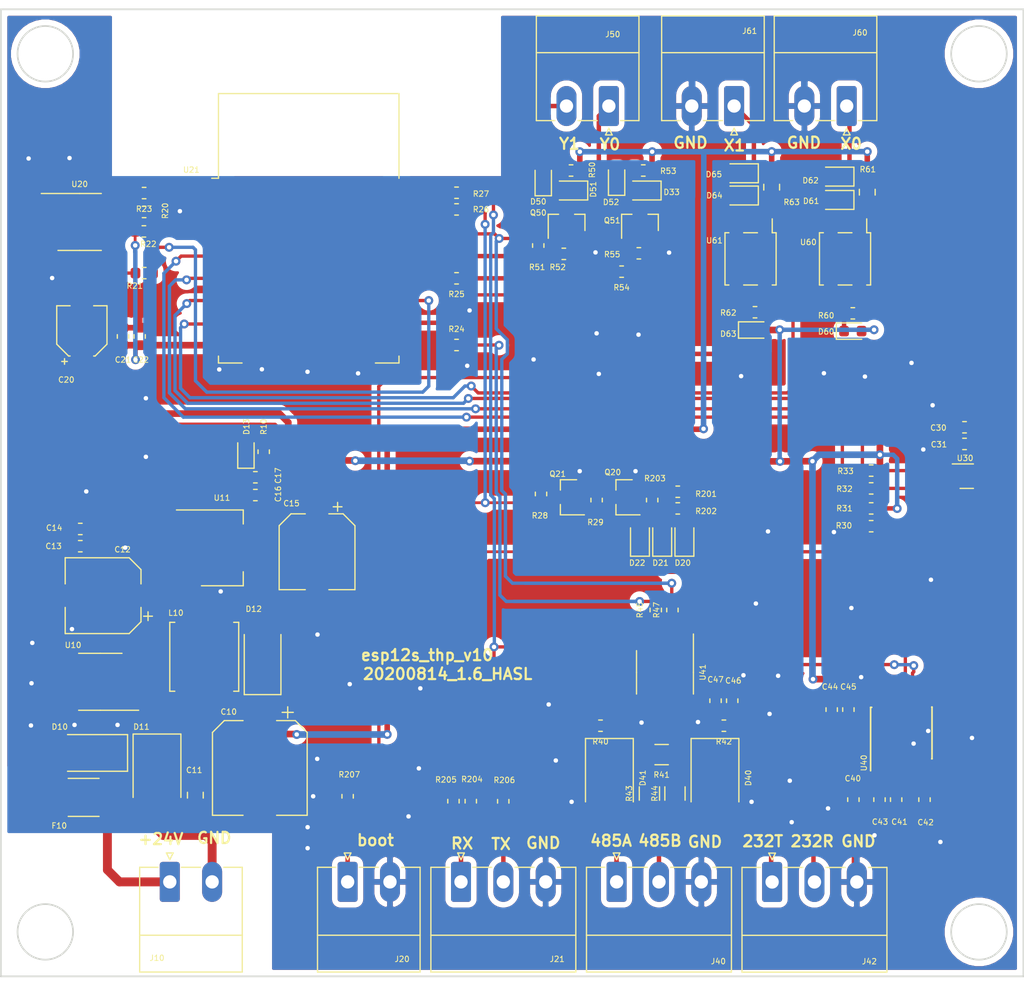
<source format=kicad_pcb>
(kicad_pcb (version 20171130) (host pcbnew "(5.1.5)-3")
  (layers (0 F.Cu signal) (31 B.Cu signal) (34 B.Paste user) (35 F.Paste user) (36 B.SilkS user) (37 F.SilkS user) (38 B.Mask user) (39 F.Mask user) (44 Edge.Cuts user))
  (net 0 "")
  (net 1 GND)
  (net 2 VDD)
  (net 3 +5VD)
  (net 4 VCC)
  (net 5 "Net-(C40-Pad2)")
  (net 6 "Net-(C40-Pad1)")
  (net 7 "Net-(C41-Pad1)")
  (net 8 "Net-(C41-Pad2)")
  (net 9 "Net-(C42-Pad1)")
  (net 10 "Net-(C43-Pad1)")
  (net 11 "Net-(D10-Pad2)")
  (net 12 "Net-(D12-Pad1)")
  (net 13 "Net-(D13-Pad2)")
  (net 14 "Net-(D20-Pad2)")
  (net 15 /RX1)
  (net 16 /RX2)
  (net 17 /RX3)
  (net 18 /Y0)
  (net 19 "Net-(D40-Pad1)")
  (net 20 "Net-(D41-Pad1)")
  (net 21 /Y1)
  (net 22 "Net-(D50-Pad2)")
  (net 23 "Net-(D52-Pad2)")
  (net 24 "Net-(D60-Pad1)")
  (net 25 "Net-(D61-Pad1)")
  (net 26 "Net-(D61-Pad2)")
  (net 27 /X0)
  (net 28 "Net-(D63-Pad1)")
  (net 29 "Net-(D64-Pad2)")
  (net 30 "Net-(D64-Pad1)")
  (net 31 /X1)
  (net 32 /VIN)
  (net 33 "Net-(J20-Pad1)")
  (net 34 "Net-(J21-Pad1)")
  (net 35 "Net-(J21-Pad2)")
  (net 36 /RS1_B)
  (net 37 /RS1_A)
  (net 38 /RS2_R)
  (net 39 /RS2_T)
  (net 40 "Net-(Q20-Pad1)")
  (net 41 "Net-(Q20-Pad3)")
  (net 42 /RXD)
  (net 43 "Net-(Q50-Pad1)")
  (net 44 "Net-(Q51-Pad1)")
  (net 45 "Net-(R20-Pad2)")
  (net 46 /RST)
  (net 47 /WDT)
  (net 48 "Net-(R21-Pad2)")
  (net 49 "Net-(R22-Pad1)")
  (net 50 /M_Y2)
  (net 51 /BOOT)
  (net 52 /M_RX)
  (net 53 /TXD)
  (net 54 /M_TX)
  (net 55 "Net-(R30-Pad1)")
  (net 56 /SDA)
  (net 57 /SCL)
  (net 58 "Net-(R32-Pad2)")
  (net 59 /TR_S1)
  (net 60 /M_Y1)
  (net 61 /M_Y0)
  (net 62 /M_X0)
  (net 63 /M_X1)
  (net 64 "Net-(U10-Pad4)")
  (net 65 "Net-(U20-Pad1)")
  (net 66 "Net-(U20-Pad5)")
  (net 67 "Net-(U21-Pad2)")
  (net 68 "Net-(U40-Pad10)")
  (net 69 "Net-(U40-Pad9)")
  (net 70 "Net-(U40-Pad8)")
  (net 71 "Net-(U40-Pad7)")
  (module kicad_footprint_general:CP_Elec_8x6.5 (layer F.Cu) (at 73.3 131.25 270)
    (fp_text reference C10 (at -5.05 2.8 180) (layer F.SilkS) (effects (font (size 0.5 0.5) (thickness 0.08))))
    (fp_text value 47uF)
    (pad 2 smd roundrect (at 3.05 0 270) (size 4 2.5) (layers F.Cu F.Paste F.Mask) (roundrect_rratio 0.1) (net 1 GND))
    (pad 1 smd roundrect (at -3.05 0 270) (size 4 2.5) (layers F.Cu F.Paste F.Mask) (roundrect_rratio 0.1) (net 2 VDD))
  )
  (module kicad_footprint_general:C_0805_2012Metric (layer F.Cu) (at 67.5 133.7 270)
    (fp_text reference C11 (at -2.25 0.1 180) (layer F.SilkS) (effects (font (size 0.5 0.5) (thickness 0.08))))
    (fp_text value 1uF)
    (pad 1 smd roundrect (at -0.9375 0 270) (size 0.975 1.4) (layers F.Cu F.Paste F.Mask) (net 2 VDD))
    (pad 2 smd roundrect (at 0.9375 0 270) (size 0.975 1.4) (layers F.Cu F.Paste F.Mask) (net 1 GND))
  )
  (module kicad_footprint_general:CP_Elec_6.3x5.4 (layer F.Cu) (at 59.2 115.75 180)
    (fp_text reference C12 (at -1.75 4.15) (layer F.SilkS) (effects (font (size 0.5 0.5) (thickness 0.08))))
    (fp_text value 220uF)
    (pad 1 smd roundrect (at -2.8 0 180) (size 3.5 1.6) (layers F.Cu F.Paste F.Mask) (roundrect_rratio 0.15625) (net 3 +5VD))
    (pad 2 smd roundrect (at 2.8 0 180) (size 3.5 1.6) (layers F.Cu F.Paste F.Mask) (roundrect_rratio 0.15625) (net 1 GND))
  )
  (module kicad_footprint_general:C_0603_1608Metric (layer F.Cu) (at 57.15 111.3 180)
    (fp_text reference C13 (at 2.4 0) (layer F.SilkS) (effects (font (size 0.5 0.5) (thickness 0.08))))
    (fp_text value 1uF)
    (pad 1 smd roundrect (at -0.7875 0 180) (size 0.875 0.95) (layers F.Cu F.Paste F.Mask) (net 3 +5VD))
    (pad 2 smd roundrect (at 0.7875 0 180) (size 0.875 0.95) (layers F.Cu F.Paste F.Mask) (net 1 GND))
  )
  (module kicad_footprint_general:C_0603_1608Metric (layer F.Cu) (at 57.15 109.75 180)
    (fp_text reference C14 (at 2.35 0.1) (layer F.SilkS) (effects (font (size 0.5 0.5) (thickness 0.08))))
    (fp_text value 100nF)
    (pad 1 smd roundrect (at -0.7875 0 180) (size 0.875 0.95) (layers F.Cu F.Paste F.Mask) (net 3 +5VD))
    (pad 2 smd roundrect (at 0.7875 0 180) (size 0.875 0.95) (layers F.Cu F.Paste F.Mask) (net 1 GND))
  )
  (module kicad_footprint_general:CP_Elec_6.3x5.4 (layer F.Cu) (at 78.45 111.8 270)
    (fp_text reference C15 (at -4.35 2.3 180) (layer F.SilkS) (effects (font (size 0.5 0.5) (thickness 0.08))))
    (fp_text value 220uF)
    (pad 2 smd roundrect (at 2.8 0 270) (size 3.5 1.6) (layers F.Cu F.Paste F.Mask) (roundrect_rratio 0.15625) (net 1 GND))
    (pad 1 smd roundrect (at -2.8 0 270) (size 3.5 1.6) (layers F.Cu F.Paste F.Mask) (roundrect_rratio 0.15625) (net 4 VCC))
  )
  (module kicad_footprint_general:C_0603_1608Metric (layer F.Cu) (at 72.9 106.7 180)
    (fp_text reference C16 (at -2.05 0.1 270) (layer F.SilkS) (effects (font (size 0.5 0.5) (thickness 0.08))))
    (fp_text value 1uF)
    (pad 2 smd roundrect (at 0.7875 0 180) (size 0.875 0.95) (layers F.Cu F.Paste F.Mask) (net 1 GND))
    (pad 1 smd roundrect (at -0.7875 0 180) (size 0.875 0.95) (layers F.Cu F.Paste F.Mask) (net 4 VCC))
  )
  (module kicad_footprint_general:C_0603_1608Metric (layer F.Cu) (at 72.9 105.1 180)
    (fp_text reference C17 (at -2.05 0.15 270) (layer F.SilkS) (effects (font (size 0.5 0.5) (thickness 0.08))))
    (fp_text value 100nF)
    (pad 1 smd roundrect (at -0.7875 0 180) (size 0.875 0.95) (layers F.Cu F.Paste F.Mask) (net 4 VCC))
    (pad 2 smd roundrect (at 0.7875 0 180) (size 0.875 0.95) (layers F.Cu F.Paste F.Mask) (net 1 GND))
  )
  (module kicad_footprint_general:C_0603_1608Metric (layer F.Cu) (at 60.99 92.43 270)
    (fp_text reference C21 (at 2.1 0 180) (layer F.SilkS) (effects (font (size 0.5 0.5) (thickness 0.08))))
    (fp_text value 100nF)
    (pad 2 smd roundrect (at 0.7875 0 270) (size 0.875 0.95) (layers F.Cu F.Paste F.Mask) (net 4 VCC))
    (pad 1 smd roundrect (at -0.7875 0 270) (size 0.875 0.95) (layers F.Cu F.Paste F.Mask) (net 1 GND))
  )
  (module kicad_footprint_general:C_0603_1608Metric (layer F.Cu) (at 62.49 92.43 270)
    (fp_text reference C22 (at 2.1 -0.1 180) (layer F.SilkS) (effects (font (size 0.5 0.5) (thickness 0.08))))
    (fp_text value 1uF)
    (pad 1 smd roundrect (at -0.7875 0 270) (size 0.875 0.95) (layers F.Cu F.Paste F.Mask) (net 1 GND))
    (pad 2 smd roundrect (at 0.7875 0 270) (size 0.875 0.95) (layers F.Cu F.Paste F.Mask) (net 4 VCC))
  )
  (module kicad_footprint_general:C_0603_1608Metric (layer F.Cu) (at 136.7 100.6)
    (fp_text reference C30 (at -2.35 0.05) (layer F.SilkS) (effects (font (size 0.5 0.5) (thickness 0.08))))
    (fp_text value 1uF)
    (pad 2 smd roundrect (at 0.7875 0) (size 0.875 0.95) (layers F.Cu F.Paste F.Mask) (net 1 GND))
    (pad 1 smd roundrect (at -0.7875 0) (size 0.875 0.95) (layers F.Cu F.Paste F.Mask) (net 4 VCC))
  )
  (module kicad_footprint_general:C_0603_1608Metric (layer F.Cu) (at 136.7 102.1)
    (fp_text reference C31 (at -2.3 0.05) (layer F.SilkS) (effects (font (size 0.5 0.5) (thickness 0.08))))
    (fp_text value 100nF)
    (pad 1 smd roundrect (at -0.7875 0) (size 0.875 0.95) (layers F.Cu F.Paste F.Mask) (net 4 VCC))
    (pad 2 smd roundrect (at 0.7875 0) (size 0.875 0.95) (layers F.Cu F.Paste F.Mask) (net 1 GND))
  )
  (module kicad_footprint_general:C_0603_1608Metric (layer F.Cu) (at 129.05 134.1 90)
    (fp_text reference C40 (at 1.9 -2.4 180) (layer F.SilkS) (effects (font (size 0.5 0.5) (thickness 0.08))))
    (fp_text value 100nF)
    (pad 2 smd roundrect (at 0.7875 0 90) (size 0.875 0.95) (layers F.Cu F.Paste F.Mask) (net 5 "Net-(C40-Pad2)"))
    (pad 1 smd roundrect (at -0.7875 0 90) (size 0.875 0.95) (layers F.Cu F.Paste F.Mask) (net 6 "Net-(C40-Pad1)"))
  )
  (module kicad_footprint_general:C_0603_1608Metric (layer F.Cu) (at 130.55 134.1 270)
    (fp_text reference C41 (at 2 -0.3 180) (layer F.SilkS) (effects (font (size 0.5 0.5) (thickness 0.08))))
    (fp_text value 100nF)
    (pad 1 smd roundrect (at -0.7875 0 270) (size 0.875 0.95) (layers F.Cu F.Paste F.Mask) (net 7 "Net-(C41-Pad1)"))
    (pad 2 smd roundrect (at 0.7875 0 270) (size 0.875 0.95) (layers F.Cu F.Paste F.Mask) (net 8 "Net-(C41-Pad2)"))
  )
  (module kicad_footprint_general:C_0603_1608Metric (layer F.Cu) (at 133.1 134.1 270)
    (fp_text reference C42 (at 2.05 -0.1 180) (layer F.SilkS) (effects (font (size 0.5 0.5) (thickness 0.08))))
    (fp_text value 100nF)
    (pad 2 smd roundrect (at 0.7875 0 270) (size 0.875 0.95) (layers F.Cu F.Paste F.Mask) (net 1 GND))
    (pad 1 smd roundrect (at -0.7875 0 270) (size 0.875 0.95) (layers F.Cu F.Paste F.Mask) (net 9 "Net-(C42-Pad1)"))
  )
  (module kicad_footprint_general:C_0603_1608Metric (layer F.Cu) (at 126.7 134.1 270)
    (fp_text reference C43 (at 2 -2.4 180) (layer F.SilkS) (effects (font (size 0.5 0.5) (thickness 0.08))))
    (fp_text value 100nF)
    (pad 1 smd roundrect (at -0.7875 0 270) (size 0.875 0.95) (layers F.Cu F.Paste F.Mask) (net 10 "Net-(C43-Pad1)"))
    (pad 2 smd roundrect (at 0.7875 0 270) (size 0.875 0.95) (layers F.Cu F.Paste F.Mask) (net 1 GND))
  )
  (module kicad_footprint_general:C_0603_1608Metric (layer F.Cu) (at 124.75 126 270)
    (fp_text reference C44 (at -2.05 0.15 180) (layer F.SilkS) (effects (font (size 0.5 0.5) (thickness 0.08))))
    (fp_text value 1uF)
    (pad 2 smd roundrect (at 0.7875 0 270) (size 0.875 0.95) (layers F.Cu F.Paste F.Mask) (net 1 GND))
    (pad 1 smd roundrect (at -0.7875 0 270) (size 0.875 0.95) (layers F.Cu F.Paste F.Mask) (net 4 VCC))
  )
  (module kicad_footprint_general:C_0603_1608Metric (layer F.Cu) (at 126.25 126 90)
    (fp_text reference C45 (at 2.05 0 180) (layer F.SilkS) (effects (font (size 0.5 0.5) (thickness 0.08))))
    (fp_text value 100nF)
    (pad 2 smd roundrect (at 0.7875 0 90) (size 0.875 0.95) (layers F.Cu F.Paste F.Mask) (net 4 VCC))
    (pad 1 smd roundrect (at -0.7875 0 90) (size 0.875 0.95) (layers F.Cu F.Paste F.Mask) (net 1 GND))
  )
  (module kicad_footprint_general:C_0603_1608Metric (layer F.Cu) (at 115.8 125.2 270)
    (fp_text reference C46 (at -1.8 -0.1 180) (layer F.SilkS) (effects (font (size 0.5 0.5) (thickness 0.08))))
    (fp_text value 100nF)
    (pad 1 smd roundrect (at -0.7875 0 270) (size 0.875 0.95) (layers F.Cu F.Paste F.Mask) (net 4 VCC))
    (pad 2 smd roundrect (at 0.7875 0 270) (size 0.875 0.95) (layers F.Cu F.Paste F.Mask) (net 1 GND))
  )
  (module kicad_footprint_general:C_0603_1608Metric (layer F.Cu) (at 114.3 125.2 270)
    (fp_text reference C47 (at -1.9 0 180) (layer F.SilkS) (effects (font (size 0.5 0.5) (thickness 0.08))))
    (fp_text value 1uF)
    (pad 2 smd roundrect (at 0.7875 0 270) (size 0.875 0.95) (layers F.Cu F.Paste F.Mask) (net 1 GND))
    (pad 1 smd roundrect (at -0.7875 0 270) (size 0.875 0.95) (layers F.Cu F.Paste F.Mask) (net 4 VCC))
  )
  (module kicad_footprint_general:D_SMA (layer F.Cu) (at 58 129.9 180)
    (fp_text reference D10 (at 2.7 2.35) (layer F.SilkS) (effects (font (size 0.5 0.5) (thickness 0.08))))
    (fp_text value SS14)
    (pad 2 smd rect (at 2 0 180) (size 2.5 1.8) (layers F.Cu F.Paste F.Mask) (net 11 "Net-(D10-Pad2)"))
    (pad 1 smd rect (at -2 0 180) (size 2.5 1.8) (layers F.Cu F.Paste F.Mask) (net 2 VDD))
  )
  (module kicad_footprint_general:D_SMB (layer F.Cu) (at 64.05 131.75 270)
    (fp_text reference D11 (at -4.2 1.4 180) (layer F.SilkS) (effects (font (size 0.5 0.5) (thickness 0.08))))
    (fp_text value SMBJ28A)
    (pad 2 smd rect (at 2.15 0 270) (size 2.5 2.3) (layers F.Cu F.Paste F.Mask) (net 1 GND))
    (pad 1 smd rect (at -2.15 0 270) (size 2.5 2.3) (layers F.Cu F.Paste F.Mask) (net 2 VDD))
  )
  (module kicad_footprint_general:D_SMA (layer F.Cu) (at 73.55 121.25 90)
    (fp_text reference D12 (at 4.3 -0.8 180) (layer F.SilkS) (effects (font (size 0.5 0.5) (thickness 0.08))))
    (fp_text value SS14)
    (pad 1 smd rect (at -2 0 90) (size 2.5 1.8) (layers F.Cu F.Paste F.Mask) (net 12 "Net-(D12-Pad1)"))
    (pad 2 smd rect (at 2 0 90) (size 2.5 1.8) (layers F.Cu F.Paste F.Mask) (net 1 GND))
  )
  (module kicad_footprint_general:LED_0603_1608Metric (layer F.Cu) (at 72.05 102.8 90)
    (fp_text reference D13 (at 2.25 0.05 90) (layer F.SilkS) (effects (font (size 0.5 0.5) (thickness 0.08))))
    (fp_text value Red)
    (pad 1 smd roundrect (at -0.7875 0 90) (size 0.875 0.95) (layers F.Cu F.Paste F.Mask) (net 1 GND))
    (pad 2 smd roundrect (at 0.7875 0 90) (size 0.875 0.95) (layers F.Cu F.Paste F.Mask) (net 13 "Net-(D13-Pad2)"))
  )
  (module kicad_footprint_general:D_SOD-323F (layer F.Cu) (at 111.5 110.7 90)
    (fp_text reference D20 (at -2.1 -0.15 180) (layer F.SilkS) (effects (font (size 0.5 0.5) (thickness 0.08))))
    (fp_text value 1N4148)
    (pad 2 smd rect (at 1.1 0 90) (size 0.6 0.6) (layers F.Cu F.Paste F.Mask) (net 14 "Net-(D20-Pad2)"))
    (pad 1 smd rect (at -1.1 0 90) (size 0.6 0.6) (layers F.Cu F.Paste F.Mask) (net 15 /RX1))
  )
  (module kicad_footprint_general:D_SOD-323F (layer F.Cu) (at 109.5 110.7 90)
    (fp_text reference D21 (at -2.1 -0.15 180) (layer F.SilkS) (effects (font (size 0.5 0.5) (thickness 0.08))))
    (fp_text value 1N4148)
    (pad 2 smd rect (at 1.1 0 90) (size 0.6 0.6) (layers F.Cu F.Paste F.Mask) (net 14 "Net-(D20-Pad2)"))
    (pad 1 smd rect (at -1.1 0 90) (size 0.6 0.6) (layers F.Cu F.Paste F.Mask) (net 16 /RX2))
  )
  (module kicad_footprint_general:D_SOD-323F (layer F.Cu) (at 107.5 110.7 90)
    (fp_text reference D22 (at -2.1 -0.25 180) (layer F.SilkS) (effects (font (size 0.5 0.5) (thickness 0.08))))
    (fp_text value 1N4148)
    (pad 1 smd rect (at -1.1 0 90) (size 0.6 0.6) (layers F.Cu F.Paste F.Mask) (net 17 /RX3))
    (pad 2 smd rect (at 1.1 0 90) (size 0.6 0.6) (layers F.Cu F.Paste F.Mask) (net 14 "Net-(D20-Pad2)"))
  )
  (module kicad_footprint_general:D_SOD-323F (layer F.Cu) (at 107.9 79.3 180)
    (fp_text reference D33 (at -2.45 -0.15) (layer F.SilkS) (effects (font (size 0.5 0.5) (thickness 0.08))))
    (fp_text value 1N4148)
    (pad 2 smd rect (at 1.1 0 180) (size 0.6 0.6) (layers F.Cu F.Paste F.Mask) (net 18 /Y0))
    (pad 1 smd rect (at -1.1 0 180) (size 0.6 0.6) (layers F.Cu F.Paste F.Mask) (net 2 VDD))
  )
  (module kicad_footprint_general:D_SMB (layer F.Cu) (at 114.25 132.15 270)
    (fp_text reference D40 (at 0 -3 90) (layer F.SilkS) (effects (font (size 0.5 0.5) (thickness 0.08))))
    (fp_text value SMBJ12A)
    (pad 1 smd rect (at -2.15 0 270) (size 2.5 2.3) (layers F.Cu F.Paste F.Mask) (net 19 "Net-(D40-Pad1)"))
    (pad 2 smd rect (at 2.15 0 270) (size 2.5 2.3) (layers F.Cu F.Paste F.Mask) (net 1 GND))
  )
  (module kicad_footprint_general:D_SMB (layer F.Cu) (at 104.75 132.15 270)
    (fp_text reference D41 (at 0 -3 90) (layer F.SilkS) (effects (font (size 0.5 0.5) (thickness 0.08))))
    (fp_text value SMBJ12A)
    (pad 2 smd rect (at 2.15 0 270) (size 2.5 2.3) (layers F.Cu F.Paste F.Mask) (net 1 GND))
    (pad 1 smd rect (at -2.15 0 270) (size 2.5 2.3) (layers F.Cu F.Paste F.Mask) (net 20 "Net-(D41-Pad1)"))
  )
  (module Diode_SMD:D_0603_1608Metric (layer F.Cu) (at 98.8 78.2875 90)
    (fp_text reference D50 (at -2.0125 -0.45 180) (layer F.SilkS) (effects (font (size 0.5 0.5) (thickness 0.08))))
    (fp_text value Red)
    (pad 1 smd roundrect (at -0.7875 0 90) (size 0.875 0.95) (layers F.Cu F.Paste F.Mask) (net 21 /Y1))
    (pad 2 smd roundrect (at 0.7875 0 90) (size 0.875 0.95) (layers F.Cu F.Paste F.Mask) (net 22 "Net-(D50-Pad2)"))
  )
  (module kicad_footprint_general:D_SOD-323F (layer F.Cu) (at 101.3 79.3 180)
    (fp_text reference D51 (at -2 0.1 90) (layer F.SilkS) (effects (font (size 0.5 0.5) (thickness 0.08))))
    (fp_text value 1N4148)
    (pad 1 smd rect (at -1.1 0 180) (size 0.6 0.6) (layers F.Cu F.Paste F.Mask) (net 2 VDD))
    (pad 2 smd rect (at 1.1 0 180) (size 0.6 0.6) (layers F.Cu F.Paste F.Mask) (net 21 /Y1))
  )
  (module Diode_SMD:D_0603_1608Metric (layer F.Cu) (at 105.4 78.25 90)
    (fp_text reference D52 (at -2.1 -0.5 180) (layer F.SilkS) (effects (font (size 0.5 0.5) (thickness 0.08))))
    (fp_text value Red)
    (pad 2 smd roundrect (at 0.7875 0 90) (size 0.875 0.95) (layers F.Cu F.Paste F.Mask) (net 23 "Net-(D52-Pad2)"))
    (pad 1 smd roundrect (at -0.7875 0 90) (size 0.875 0.95) (layers F.Cu F.Paste F.Mask) (net 18 /Y0))
  )
  (module Diode_SMD:D_0603_1608Metric (layer F.Cu) (at 126.65 91.95)
    (fp_text reference D60 (at -2.4 0.05) (layer F.SilkS) (effects (font (size 0.5 0.5) (thickness 0.08))))
    (fp_text value Red)
    (pad 1 smd roundrect (at -0.7875 0) (size 0.875 0.95) (layers F.Cu F.Paste F.Mask) (net 24 "Net-(D60-Pad1)"))
    (pad 2 smd roundrect (at 0.7875 0) (size 0.875 0.95) (layers F.Cu F.Paste F.Mask) (net 4 VCC))
  )
  (module kicad_footprint_general:D_SOD-323F (layer F.Cu) (at 125.25 80.15 180)
    (fp_text reference D61 (at 2.35 -0.1 180) (layer F.SilkS) (effects (font (size 0.5 0.5) (thickness 0.08))))
    (fp_text value 1N4148)
    (pad 1 smd rect (at -1.1 0 180) (size 0.6 0.6) (layers F.Cu F.Paste F.Mask) (net 25 "Net-(D61-Pad1)"))
    (pad 2 smd rect (at 1.1 0 180) (size 0.6 0.6) (layers F.Cu F.Paste F.Mask) (net 26 "Net-(D61-Pad2)"))
  )
  (module kicad_footprint_general:D_SOD-323F (layer F.Cu) (at 125.25 78.05 180)
    (fp_text reference D62 (at 2.4 -0.35) (layer F.SilkS) (effects (font (size 0.5 0.5) (thickness 0.08))))
    (fp_text value 1N4148)
    (pad 2 smd rect (at 1.1 0 180) (size 0.6 0.6) (layers F.Cu F.Paste F.Mask) (net 26 "Net-(D61-Pad2)"))
    (pad 1 smd rect (at -1.1 0 180) (size 0.6 0.6) (layers F.Cu F.Paste F.Mask) (net 27 /X0))
  )
  (module Diode_SMD:D_0603_1608Metric (layer F.Cu) (at 117.85 91.85)
    (fp_text reference D63 (at -2.4 0.35) (layer F.SilkS) (effects (font (size 0.5 0.5) (thickness 0.08))))
    (fp_text value Red)
    (pad 2 smd roundrect (at 0.7875 0) (size 0.875 0.95) (layers F.Cu F.Paste F.Mask) (net 4 VCC))
    (pad 1 smd roundrect (at -0.7875 0) (size 0.875 0.95) (layers F.Cu F.Paste F.Mask) (net 28 "Net-(D63-Pad1)"))
  )
  (module kicad_footprint_general:D_SOD-323F (layer F.Cu) (at 116.65 79.75 180)
    (fp_text reference D64 (at 2.45 0) (layer F.SilkS) (effects (font (size 0.5 0.5) (thickness 0.08))))
    (fp_text value 1N4148)
    (pad 2 smd rect (at 1.1 0 180) (size 0.6 0.6) (layers F.Cu F.Paste F.Mask) (net 29 "Net-(D64-Pad2)"))
    (pad 1 smd rect (at -1.1 0 180) (size 0.6 0.6) (layers F.Cu F.Paste F.Mask) (net 30 "Net-(D64-Pad1)"))
  )
  (module kicad_footprint_general:D_SOD-323F (layer F.Cu) (at 116.65 77.75 180)
    (fp_text reference D65 (at 2.5 -0.1 180) (layer F.SilkS) (effects (font (size 0.5 0.5) (thickness 0.08))))
    (fp_text value 1N4148)
    (pad 1 smd rect (at -1.1 0 180) (size 0.6 0.6) (layers F.Cu F.Paste F.Mask) (net 31 /X1))
    (pad 2 smd rect (at 1.1 0 180) (size 0.6 0.6) (layers F.Cu F.Paste F.Mask) (net 29 "Net-(D64-Pad2)"))
  )
  (module kicad_footprint_general:Fuse_1812_4532Metric (layer F.Cu) (at 57.45 133.9 180)
    (fp_text reference F10 (at 2.2 -2.55) (layer F.SilkS) (effects (font (size 0.5 0.5) (thickness 0.08))))
    (fp_text value 200mA)
    (pad 2 smd roundrect (at 2.1375 0 180) (size 1.125 3.4) (layers F.Cu F.Paste F.Mask) (roundrect_rratio 0.222222) (net 11 "Net-(D10-Pad2)"))
    (pad 1 smd roundrect (at -2.1375 0 180) (size 1.125 3.4) (layers F.Cu F.Paste F.Mask) (roundrect_rratio 0.222222) (net 32 /VIN))
  )
  (module kicad_footprint_general:PhoenixContact_MC_1,5_2-G-3.81_1x02_P3.81mm_Horizontal (layer F.Cu) (at 65.2 141.5)
    (fp_text reference J10 (at -1.15 6.85) (layer F.SilkS) (effects (font (size 0.5 0.5) (thickness 0.08))))
    (fp_text value Power)
    (pad 2 thru_hole oval (at 3.81 0) (size 1.8 3.6) (drill 1.2) (layers *.Cu *.Mask) (net 1 GND))
    (pad 1 thru_hole roundrect (at 0 0) (size 1.8 3.6) (drill 1.2) (layers *.Cu *.Mask) (roundrect_rratio 0.138889) (net 32 /VIN))
  )
  (module kicad_footprint_general:PhoenixContact_MC_1,5_2-G-3.81_1x02_P3.81mm_Horizontal (layer F.Cu) (at 81.2 141.5)
    (fp_text reference J20 (at 4.9 6.95) (layer F.SilkS) (effects (font (size 0.5 0.5) (thickness 0.08))))
    (fp_text value BOOT)
    (pad 1 thru_hole roundrect (at 0 0) (size 1.8 3.6) (drill 1.2) (layers *.Cu *.Mask) (roundrect_rratio 0.138889) (net 33 "Net-(J20-Pad1)"))
    (pad 2 thru_hole oval (at 3.81 0) (size 1.8 3.6) (drill 1.2) (layers *.Cu *.Mask) (net 1 GND))
  )
  (module kicad_footprint_general:PhoenixContact_MC_1,5_3-G-3.81_1x03_P3.81mm_Horizontal (layer F.Cu) (at 91.4 141.5)
    (fp_text reference J21 (at 8.65 6.95) (layer F.SilkS) (effects (font (size 0.5 0.5) (thickness 0.08))))
    (fp_text value TTL)
    (pad 1 thru_hole roundrect (at 0 0) (size 1.8 3.6) (drill 1.2) (layers *.Cu *.Mask) (roundrect_rratio 0.138889) (net 34 "Net-(J21-Pad1)"))
    (pad 2 thru_hole oval (at 3.81 0) (size 1.8 3.6) (drill 1.2) (layers *.Cu *.Mask) (net 35 "Net-(J21-Pad2)"))
    (pad 3 thru_hole oval (at 7.62 0) (size 1.8 3.6) (drill 1.2) (layers *.Cu *.Mask) (net 1 GND))
  )
  (module kicad_footprint_general:PhoenixContact_MC_1,5_3-G-3.81_1x03_P3.81mm_Horizontal (layer F.Cu) (at 105.4 141.5)
    (fp_text reference J40 (at 9.15 7.15) (layer F.SilkS) (effects (font (size 0.5 0.5) (thickness 0.08))))
    (fp_text value 485)
    (pad 3 thru_hole oval (at 7.62 0) (size 1.8 3.6) (drill 1.2) (layers *.Cu *.Mask) (net 1 GND))
    (pad 2 thru_hole oval (at 3.81 0) (size 1.8 3.6) (drill 1.2) (layers *.Cu *.Mask) (net 36 /RS1_B))
    (pad 1 thru_hole roundrect (at 0 0) (size 1.8 3.6) (drill 1.2) (layers *.Cu *.Mask) (roundrect_rratio 0.138889) (net 37 /RS1_A))
  )
  (module kicad_footprint_general:PhoenixContact_MC_1,5_3-G-3.81_1x03_P3.81mm_Horizontal (layer F.Cu) (at 119.39 141.51)
    (fp_text reference J42 (at 8.75 7.15) (layer F.SilkS) (effects (font (size 0.5 0.5) (thickness 0.08))))
    (fp_text value 232)
    (pad 3 thru_hole oval (at 7.62 0) (size 1.8 3.6) (drill 1.2) (layers *.Cu *.Mask) (net 1 GND))
    (pad 2 thru_hole oval (at 3.81 0) (size 1.8 3.6) (drill 1.2) (layers *.Cu *.Mask) (net 38 /RS2_R))
    (pad 1 thru_hole roundrect (at 0 0) (size 1.8 3.6) (drill 1.2) (layers *.Cu *.Mask) (roundrect_rratio 0.138889) (net 39 /RS2_T))
  )
  (module kicad_footprint_general:PhoenixContact_MC_1,5_2-G-3.81_1x02_P3.81mm_Horizontal (layer F.Cu) (at 104.7 71.7 180)
    (fp_text reference J50 (at -0.35 6.45) (layer F.SilkS) (effects (font (size 0.5 0.5) (thickness 0.08))))
    (fp_text value YOUT)
    (pad 1 thru_hole roundrect (at 0 0 180) (size 1.8 3.6) (drill 1.2) (layers *.Cu *.Mask) (roundrect_rratio 0.138889) (net 18 /Y0))
    (pad 2 thru_hole oval (at 3.81 0 180) (size 1.8 3.6) (drill 1.2) (layers *.Cu *.Mask) (net 21 /Y1))
  )
  (module kicad_footprint_general:PhoenixContact_MC_1,5_2-G-3.81_1x02_P3.81mm_Horizontal (layer F.Cu) (at 126.1 71.7 180)
    (fp_text reference J60 (at -1.2 6.6) (layer F.SilkS) (effects (font (size 0.5 0.5) (thickness 0.08))))
    (fp_text value XIN)
    (pad 2 thru_hole oval (at 3.81 0 180) (size 1.8 3.6) (drill 1.2) (layers *.Cu *.Mask) (net 1 GND))
    (pad 1 thru_hole roundrect (at 0 0 180) (size 1.8 3.6) (drill 1.2) (layers *.Cu *.Mask) (roundrect_rratio 0.138889) (net 27 /X0))
  )
  (module kicad_footprint_general:PhoenixContact_MC_1,5_2-G-3.81_1x02_P3.81mm_Horizontal (layer F.Cu) (at 115.97 71.7 180)
    (fp_text reference J61 (at -1.4 6.75) (layer F.SilkS) (effects (font (size 0.5 0.5) (thickness 0.08))))
    (fp_text value XIN)
    (pad 2 thru_hole oval (at 3.81 0 180) (size 1.8 3.6) (drill 1.2) (layers *.Cu *.Mask) (net 1 GND))
    (pad 1 thru_hole roundrect (at 0 0 180) (size 1.8 3.6) (drill 1.2) (layers *.Cu *.Mask) (roundrect_rratio 0.138889) (net 31 /X1))
  )
  (module kicad_footprint_general:L_Bourns_SRN6045TA (layer F.Cu) (at 68.3 121.25 90)
    (fp_text reference L10 (at 3.95 -2.55 180) (layer F.SilkS) (effects (font (size 0.5 0.5) (thickness 0.08))))
    (fp_text value 68uH)
    (pad 2 smd rect (at 2.075 0 90) (size 2.35 5.1) (layers F.Cu F.Paste F.Mask) (net 3 +5VD))
    (pad 1 smd rect (at -2.075 0 90) (size 2.35 5.1) (layers F.Cu F.Paste F.Mask) (net 12 "Net-(D12-Pad1)"))
  )
  (module kicad_footprint_general:SOT-23 (layer F.Cu) (at 106.1 106.9)
    (fp_text reference Q20 (at -1.05 -2.25 180) (layer F.SilkS) (effects (font (size 0.5 0.5) (thickness 0.08))))
    (fp_text value SS8050)
    (pad 1 smd rect (at 1 0.95 180) (size 0.9 0.8) (layers F.Cu F.Paste F.Mask) (net 40 "Net-(Q20-Pad1)"))
    (pad 2 smd rect (at 1 -0.95 180) (size 0.9 0.8) (layers F.Cu F.Paste F.Mask) (net 1 GND))
    (pad 3 smd rect (at -1 0 180) (size 0.9 0.8) (layers F.Cu F.Paste F.Mask) (net 41 "Net-(Q20-Pad3)"))
  )
  (module kicad_footprint_general:SOT-23 (layer F.Cu) (at 101.1 106.9)
    (fp_text reference Q21 (at -1 -2.1 180) (layer F.SilkS) (effects (font (size 0.5 0.5) (thickness 0.08))))
    (fp_text value SS8050)
    (pad 3 smd rect (at -1 0 180) (size 0.9 0.8) (layers F.Cu F.Paste F.Mask) (net 42 /RXD))
    (pad 2 smd rect (at 1 -0.95 180) (size 0.9 0.8) (layers F.Cu F.Paste F.Mask) (net 1 GND))
    (pad 1 smd rect (at 1 0.95 180) (size 0.9 0.8) (layers F.Cu F.Paste F.Mask) (net 41 "Net-(Q20-Pad3)"))
  )
  (module kicad_footprint_general:SOT-23_big (layer F.Cu) (at 100.9 82.2 270)
    (fp_text reference Q50 (at -0.9 2.55) (layer F.SilkS) (effects (font (size 0.5 0.5) (thickness 0.08))))
    (fp_text value AO3422)
    (pad 3 smd rect (at -1.2 0 90) (size 1 1) (layers F.Cu F.Paste F.Mask) (net 21 /Y1))
    (pad 2 smd rect (at 1.2 -1 90) (size 1 1) (layers F.Cu F.Paste F.Mask) (net 1 GND))
    (pad 1 smd rect (at 1.2 1 90) (size 1 1) (layers F.Cu F.Paste F.Mask) (net 43 "Net-(Q50-Pad1)"))
  )
  (module kicad_footprint_general:SOT-23_big (layer F.Cu) (at 107.5 82.2 270)
    (fp_text reference Q51 (at -0.2 2.5) (layer F.SilkS) (effects (font (size 0.5 0.5) (thickness 0.08))))
    (fp_text value AO3422)
    (pad 1 smd rect (at 1.2 1 90) (size 1 1) (layers F.Cu F.Paste F.Mask) (net 44 "Net-(Q51-Pad1)"))
    (pad 2 smd rect (at 1.2 -1 90) (size 1 1) (layers F.Cu F.Paste F.Mask) (net 1 GND))
    (pad 3 smd rect (at -1.2 0 90) (size 1 1) (layers F.Cu F.Paste F.Mask) (net 18 /Y0))
  )
  (module kicad_footprint_general:R_0603_1608Metric (layer F.Cu) (at 73.65 102.8 270)
    (fp_text reference R10 (at -2.25 0 90) (layer F.SilkS) (effects (font (size 0.5 0.5) (thickness 0.08))))
    (fp_text value 2.7k)
    (pad 2 smd roundrect (at 0.7875 0 270) (size 0.875 0.95) (layers F.Cu F.Paste F.Mask) (net 4 VCC))
    (pad 1 smd roundrect (at -0.7875 0 270) (size 0.875 0.95) (layers F.Cu F.Paste F.Mask) (net 13 "Net-(D13-Pad2)"))
  )
  (module kicad_footprint_general:R_0603_1608Metric (layer F.Cu) (at 62.89 81.23 180)
    (fp_text reference R20 (at -1.9 0.1 270) (layer F.SilkS) (effects (font (size 0.5 0.5) (thickness 0.08))))
    (fp_text value 33R)
    (pad 2 smd roundrect (at 0.7875 0 180) (size 0.875 0.95) (layers F.Cu F.Paste F.Mask) (net 45 "Net-(R20-Pad2)"))
    (pad 1 smd roundrect (at -0.7875 0 180) (size 0.875 0.95) (layers F.Cu F.Paste F.Mask) (net 46 /RST))
  )
  (module kicad_footprint_general:R_0603_1608Metric (layer F.Cu) (at 62.9 86.73 180)
    (fp_text reference R21 (at 0.85 -1.15) (layer F.SilkS) (effects (font (size 0.5 0.5) (thickness 0.08))))
    (fp_text value 33R)
    (pad 1 smd roundrect (at -0.7875 0 180) (size 0.875 0.95) (layers F.Cu F.Paste F.Mask) (net 47 /WDT))
    (pad 2 smd roundrect (at 0.7875 0 180) (size 0.875 0.95) (layers F.Cu F.Paste F.Mask) (net 48 "Net-(R21-Pad2)"))
  )
  (module kicad_footprint_general:R_0603_1608Metric (layer F.Cu) (at 62.87 82.98 180)
    (fp_text reference R22 (at -0.4 -1.14) (layer F.SilkS) (effects (font (size 0.5 0.5) (thickness 0.08))))
    (fp_text value 10k)
    (pad 2 smd roundrect (at 0.7875 0 180) (size 0.875 0.95) (layers F.Cu F.Paste F.Mask) (net 4 VCC))
    (pad 1 smd roundrect (at -0.7875 0 180) (size 0.875 0.95) (layers F.Cu F.Paste F.Mask) (net 49 "Net-(R22-Pad1)"))
  )
  (module kicad_footprint_general:R_0603_1608Metric (layer F.Cu) (at 62.89 79.53 180)
    (fp_text reference R23 (at 0 -1.43) (layer F.SilkS) (effects (font (size 0.5 0.5) (thickness 0.08))))
    (fp_text value 10k)
    (pad 1 smd roundrect (at -0.7875 0 180) (size 0.875 0.95) (layers F.Cu F.Paste F.Mask) (net 46 /RST))
    (pad 2 smd roundrect (at 0.7875 0 180) (size 0.875 0.95) (layers F.Cu F.Paste F.Mask) (net 4 VCC))
  )
  (module kicad_footprint_general:R_0603_1608Metric (layer F.Cu) (at 91 93.2)
    (fp_text reference R24 (at 0 -1.43) (layer F.SilkS) (effects (font (size 0.5 0.5) (thickness 0.08))))
    (fp_text value 10k)
    (pad 1 smd roundrect (at -0.7875 0) (size 0.875 0.95) (layers F.Cu F.Paste F.Mask) (net 1 GND))
    (pad 2 smd roundrect (at 0.7875 0) (size 0.875 0.95) (layers F.Cu F.Paste F.Mask) (net 50 /M_Y2))
  )
  (module kicad_footprint_general:R_0603_1608Metric (layer F.Cu) (at 91 87.2 180)
    (fp_text reference R25 (at 0 -1.43) (layer F.SilkS) (effects (font (size 0.5 0.5) (thickness 0.08))))
    (fp_text value 10k)
    (pad 2 smd roundrect (at 0.7875 0 180) (size 0.875 0.95) (layers F.Cu F.Paste F.Mask) (net 51 /BOOT))
    (pad 1 smd roundrect (at -0.7875 0 180) (size 0.875 0.95) (layers F.Cu F.Paste F.Mask) (net 4 VCC))
  )
  (module kicad_footprint_general:R_0603_1608Metric (layer F.Cu) (at 91 81 180)
    (fp_text reference R26 (at -2.2 0) (layer F.SilkS) (effects (font (size 0.5 0.5) (thickness 0.08))))
    (fp_text value 33R)
    (pad 2 smd roundrect (at 0.7875 0 180) (size 0.875 0.95) (layers F.Cu F.Paste F.Mask) (net 52 /M_RX))
    (pad 1 smd roundrect (at -0.7875 0 180) (size 0.875 0.95) (layers F.Cu F.Paste F.Mask) (net 42 /RXD))
  )
  (module kicad_footprint_general:R_0603_1608Metric (layer F.Cu) (at 91 79.5 180)
    (fp_text reference R27 (at -2.2 -0.1) (layer F.SilkS) (effects (font (size 0.5 0.5) (thickness 0.08))))
    (fp_text value 33R)
    (pad 1 smd roundrect (at -0.7875 0 180) (size 0.875 0.95) (layers F.Cu F.Paste F.Mask) (net 53 /TXD))
    (pad 2 smd roundrect (at 0.7875 0 180) (size 0.875 0.95) (layers F.Cu F.Paste F.Mask) (net 54 /M_TX))
  )
  (module kicad_footprint_general:R_0603_1608Metric (layer F.Cu) (at 98.6 106.6 90)
    (fp_text reference R28 (at -1.95 -0.1 180) (layer F.SilkS) (effects (font (size 0.5 0.5) (thickness 0.08))))
    (fp_text value 4.7k)
    (pad 1 smd roundrect (at -0.7875 0 90) (size 0.875 0.95) (layers F.Cu F.Paste F.Mask) (net 42 /RXD))
    (pad 2 smd roundrect (at 0.7875 0 90) (size 0.875 0.95) (layers F.Cu F.Paste F.Mask) (net 4 VCC))
  )
  (module kicad_footprint_general:R_0603_1608Metric (layer F.Cu) (at 103.6 107.15 90)
    (fp_text reference R29 (at -2 -0.1 180) (layer F.SilkS) (effects (font (size 0.5 0.5) (thickness 0.08))))
    (fp_text value 4.7k)
    (pad 2 smd roundrect (at 0.7875 0 90) (size 0.875 0.95) (layers F.Cu F.Paste F.Mask) (net 4 VCC))
    (pad 1 smd roundrect (at -0.7875 0 90) (size 0.875 0.95) (layers F.Cu F.Paste F.Mask) (net 41 "Net-(Q20-Pad3)"))
  )
  (module kicad_footprint_general:R_0603_1608Metric (layer F.Cu) (at 128.3 109.5 180)
    (fp_text reference R30 (at 2.45 0.05) (layer F.SilkS) (effects (font (size 0.5 0.5) (thickness 0.08))))
    (fp_text value 33R)
    (pad 1 smd roundrect (at -0.7875 0 180) (size 0.875 0.95) (layers F.Cu F.Paste F.Mask) (net 55 "Net-(R30-Pad1)"))
    (pad 2 smd roundrect (at 0.7875 0 180) (size 0.875 0.95) (layers F.Cu F.Paste F.Mask) (net 56 /SDA))
  )
  (module kicad_footprint_general:R_0603_1608Metric (layer F.Cu) (at 128.3 107.9)
    (fp_text reference R31 (at -2.4 0) (layer F.SilkS) (effects (font (size 0.5 0.5) (thickness 0.08))))
    (fp_text value 10k)
    (pad 2 smd roundrect (at 0.7875 0) (size 0.875 0.95) (layers F.Cu F.Paste F.Mask) (net 4 VCC))
    (pad 1 smd roundrect (at -0.7875 0) (size 0.875 0.95) (layers F.Cu F.Paste F.Mask) (net 56 /SDA))
  )
  (module kicad_footprint_general:R_0603_1608Metric (layer F.Cu) (at 128.3 106.1)
    (fp_text reference R32 (at -2.4 0.05) (layer F.SilkS) (effects (font (size 0.5 0.5) (thickness 0.08))))
    (fp_text value 33R)
    (pad 1 smd roundrect (at -0.7875 0) (size 0.875 0.95) (layers F.Cu F.Paste F.Mask) (net 57 /SCL))
    (pad 2 smd roundrect (at 0.7875 0) (size 0.875 0.95) (layers F.Cu F.Paste F.Mask) (net 58 "Net-(R32-Pad2)"))
  )
  (module kicad_footprint_general:R_0603_1608Metric (layer F.Cu) (at 128.3 104.5)
    (fp_text reference R33 (at -2.3 0.05) (layer F.SilkS) (effects (font (size 0.5 0.5) (thickness 0.08))))
    (fp_text value 10k)
    (pad 2 smd roundrect (at 0.7875 0) (size 0.875 0.95) (layers F.Cu F.Paste F.Mask) (net 4 VCC))
    (pad 1 smd roundrect (at -0.7875 0) (size 0.875 0.95) (layers F.Cu F.Paste F.Mask) (net 57 /SCL))
  )
  (module kicad_footprint_general:R_0603_1608Metric (layer F.Cu) (at 103.95 127.45 180)
    (fp_text reference R40 (at 0 -1.43) (layer F.SilkS) (effects (font (size 0.5 0.5) (thickness 0.08))))
    (fp_text value 10k)
    (pad 2 smd roundrect (at 0.7875 0 180) (size 0.875 0.95) (layers F.Cu F.Paste F.Mask) (net 4 VCC))
    (pad 1 smd roundrect (at -0.7875 0 180) (size 0.875 0.95) (layers F.Cu F.Paste F.Mask) (net 20 "Net-(D41-Pad1)"))
  )
  (module kicad_footprint_general:R_1206_3216Metric (layer F.Cu) (at 109.45 130.05 180)
    (fp_text reference R41 (at 0 -1.82) (layer F.SilkS) (effects (font (size 0.5 0.5) (thickness 0.08))))
    (fp_text value NP_120)
    (pad 2 smd roundrect (at 1.4 0 180) (size 1.25 1.75) (layers F.Cu F.Paste F.Mask) (roundrect_rratio 0.2) (net 20 "Net-(D41-Pad1)"))
    (pad 1 smd roundrect (at -1.4 0 180) (size 1.25 1.75) (layers F.Cu F.Paste F.Mask) (roundrect_rratio 0.2) (net 19 "Net-(D40-Pad1)"))
  )
  (module kicad_footprint_general:R_0603_1608Metric (layer F.Cu) (at 115.05 127.45 180)
    (fp_text reference R42 (at 0 -1.43) (layer F.SilkS) (effects (font (size 0.5 0.5) (thickness 0.08))))
    (fp_text value 10k)
    (pad 1 smd roundrect (at -0.7875 0 180) (size 0.875 0.95) (layers F.Cu F.Paste F.Mask) (net 1 GND))
    (pad 2 smd roundrect (at 0.7875 0 180) (size 0.875 0.95) (layers F.Cu F.Paste F.Mask) (net 19 "Net-(D40-Pad1)"))
  )
  (module kicad_footprint_general:R_1206_3216Metric (layer F.Cu) (at 108.35 133.55 90)
    (fp_text reference R43 (at 0 -1.82 90) (layer F.SilkS) (effects (font (size 0.5 0.5) (thickness 0.08))))
    (fp_text value 20)
    (pad 1 smd roundrect (at -1.4 0 90) (size 1.25 1.75) (layers F.Cu F.Paste F.Mask) (roundrect_rratio 0.2) (net 37 /RS1_A))
    (pad 2 smd roundrect (at 1.4 0 90) (size 1.25 1.75) (layers F.Cu F.Paste F.Mask) (roundrect_rratio 0.2) (net 20 "Net-(D41-Pad1)"))
  )
  (module kicad_footprint_general:R_1206_3216Metric (layer F.Cu) (at 110.65 133.55 90)
    (fp_text reference R44 (at 0 -1.82 90) (layer F.SilkS) (effects (font (size 0.5 0.5) (thickness 0.08))))
    (fp_text value 20)
    (pad 1 smd roundrect (at -1.4 0 90) (size 1.25 1.75) (layers F.Cu F.Paste F.Mask) (roundrect_rratio 0.2) (net 36 /RS1_B))
    (pad 2 smd roundrect (at 1.4 0 90) (size 1.25 1.75) (layers F.Cu F.Paste F.Mask) (roundrect_rratio 0.2) (net 19 "Net-(D40-Pad1)"))
  )
  (module kicad_footprint_general:R_0603_1608Metric (layer F.Cu) (at 108.92 117.04 90)
    (fp_text reference R45 (at 0 -1.43 90) (layer F.SilkS) (effects (font (size 0.5 0.5) (thickness 0.08))))
    (fp_text value 33R)
    (pad 1 smd roundrect (at -0.7875 0 90) (size 0.875 0.95) (layers F.Cu F.Paste F.Mask) (net 59 /TR_S1))
    (pad 2 smd roundrect (at 0.7875 0 90) (size 0.875 0.95) (layers F.Cu F.Paste F.Mask) (net 50 /M_Y2))
  )
  (module kicad_footprint_general:R_0603_1608Metric (layer F.Cu) (at 110.42 117.04 90)
    (fp_text reference R47 (at 0 -1.43 90) (layer F.SilkS) (effects (font (size 0.5 0.5) (thickness 0.08))))
    (fp_text value NP)
    (pad 2 smd roundrect (at 0.7875 0 90) (size 0.875 0.95) (layers F.Cu F.Paste F.Mask) (net 60 /M_Y1))
    (pad 1 smd roundrect (at -0.7875 0 90) (size 0.875 0.95) (layers F.Cu F.Paste F.Mask) (net 59 /TR_S1))
  )
  (module kicad_footprint_general:R_0603_1608Metric (layer F.Cu) (at 101.3 77.5)
    (fp_text reference R50 (at 1.9 -0.05 90) (layer F.SilkS) (effects (font (size 0.5 0.5) (thickness 0.08))))
    (fp_text value 33k)
    (pad 2 smd roundrect (at 0.7875 0) (size 0.875 0.95) (layers F.Cu F.Paste F.Mask) (net 2 VDD))
    (pad 1 smd roundrect (at -0.7875 0) (size 0.875 0.95) (layers F.Cu F.Paste F.Mask) (net 22 "Net-(D50-Pad2)"))
  )
  (module kicad_footprint_general:R_0603_1608Metric (layer F.Cu) (at 98.35 84.25 90)
    (fp_text reference R51 (at -1.95 -0.1 180) (layer F.SilkS) (effects (font (size 0.5 0.5) (thickness 0.08))))
    (fp_text value 33R)
    (pad 2 smd roundrect (at 0.7875 0 90) (size 0.875 0.95) (layers F.Cu F.Paste F.Mask) (net 60 /M_Y1))
    (pad 1 smd roundrect (at -0.7875 0 90) (size 0.875 0.95) (layers F.Cu F.Paste F.Mask) (net 43 "Net-(Q50-Pad1)"))
  )
  (module kicad_footprint_general:R_0603_1608Metric (layer F.Cu) (at 100.65 85)
    (fp_text reference R52 (at -0.55 1.2) (layer F.SilkS) (effects (font (size 0.5 0.5) (thickness 0.08))))
    (fp_text value 2.7k)
    (pad 2 smd roundrect (at 0.7875 0) (size 0.875 0.95) (layers F.Cu F.Paste F.Mask) (net 1 GND))
    (pad 1 smd roundrect (at -0.7875 0) (size 0.875 0.95) (layers F.Cu F.Paste F.Mask) (net 43 "Net-(Q50-Pad1)"))
  )
  (module kicad_footprint_general:R_0603_1608Metric (layer F.Cu) (at 107.8 77.5)
    (fp_text reference R53 (at 2.25 0.05) (layer F.SilkS) (effects (font (size 0.5 0.5) (thickness 0.08))))
    (fp_text value 33k)
    (pad 1 smd roundrect (at -0.7875 0) (size 0.875 0.95) (layers F.Cu F.Paste F.Mask) (net 23 "Net-(D52-Pad2)"))
    (pad 2 smd roundrect (at 0.7875 0) (size 0.875 0.95) (layers F.Cu F.Paste F.Mask) (net 2 VDD))
  )
  (module kicad_footprint_general:R_0603_1608Metric (layer F.Cu) (at 105.85 86.6 180)
    (fp_text reference R54 (at 0 -1.43) (layer F.SilkS) (effects (font (size 0.5 0.5) (thickness 0.08))))
    (fp_text value 33R)
    (pad 1 smd roundrect (at -0.7875 0 180) (size 0.875 0.95) (layers F.Cu F.Paste F.Mask) (net 44 "Net-(Q51-Pad1)"))
    (pad 2 smd roundrect (at 0.7875 0 180) (size 0.875 0.95) (layers F.Cu F.Paste F.Mask) (net 61 /M_Y0))
  )
  (module kicad_footprint_general:R_0603_1608Metric (layer F.Cu) (at 107.4 84.95)
    (fp_text reference R55 (at -2.4 0.1) (layer F.SilkS) (effects (font (size 0.5 0.5) (thickness 0.08))))
    (fp_text value 2.7k)
    (pad 2 smd roundrect (at 0.7875 0) (size 0.875 0.95) (layers F.Cu F.Paste F.Mask) (net 1 GND))
    (pad 1 smd roundrect (at -0.7875 0) (size 0.875 0.95) (layers F.Cu F.Paste F.Mask) (net 44 "Net-(Q51-Pad1)"))
  )
  (module kicad_footprint_general:R_0603_1608Metric (layer F.Cu) (at 126.65 90.35)
    (fp_text reference R60 (at -2.4 0.2) (layer F.SilkS) (effects (font (size 0.5 0.5) (thickness 0.08))))
    (fp_text value 2.7k)
    (pad 2 smd roundrect (at 0.7875 0) (size 0.875 0.95) (layers F.Cu F.Paste F.Mask) (net 62 /M_X0))
    (pad 1 smd roundrect (at -0.7875 0) (size 0.875 0.95) (layers F.Cu F.Paste F.Mask) (net 24 "Net-(D60-Pad1)"))
  )
  (module kicad_footprint_general:R_0805_2012Metric (layer F.Cu) (at 127.95 79.45 90)
    (fp_text reference R61 (at 2.05 0.05 180) (layer F.SilkS) (effects (font (size 0.5 0.5) (thickness 0.08))))
    (fp_text value 7.5k)
    (pad 1 smd roundrect (at -0.9375 0 90) (size 0.975 1.4) (layers F.Cu F.Paste F.Mask) (net 25 "Net-(D61-Pad1)"))
    (pad 2 smd roundrect (at 0.9375 0 90) (size 0.975 1.4) (layers F.Cu F.Paste F.Mask) (net 2 VDD))
  )
  (module kicad_footprint_general:R_0603_1608Metric (layer F.Cu) (at 117.85 90.25)
    (fp_text reference R62 (at -2.4 0.05) (layer F.SilkS) (effects (font (size 0.5 0.5) (thickness 0.08))))
    (fp_text value 2.7k)
    (pad 1 smd roundrect (at -0.7875 0) (size 0.875 0.95) (layers F.Cu F.Paste F.Mask) (net 28 "Net-(D63-Pad1)"))
    (pad 2 smd roundrect (at 0.7875 0) (size 0.875 0.95) (layers F.Cu F.Paste F.Mask) (net 63 /M_X1))
  )
  (module kicad_footprint_general:R_0805_2012Metric (layer F.Cu) (at 119.35 79 90)
    (fp_text reference R63 (at -1.35 1.8 180) (layer F.SilkS) (effects (font (size 0.5 0.5) (thickness 0.08))))
    (fp_text value 7.5k)
    (pad 2 smd roundrect (at 0.9375 0 90) (size 0.975 1.4) (layers F.Cu F.Paste F.Mask) (net 2 VDD))
    (pad 1 smd roundrect (at -0.9375 0 90) (size 0.975 1.4) (layers F.Cu F.Paste F.Mask) (net 30 "Net-(D64-Pad1)"))
  )
  (module kicad_footprint_general:R_0603_1608Metric (layer F.Cu) (at 110.9 106.4)
    (fp_text reference R201 (at 2.55 0.2) (layer F.SilkS) (effects (font (size 0.5 0.5) (thickness 0.08))))
    (fp_text value 4.7k)
    (pad 1 smd roundrect (at -0.7875 0) (size 0.875 0.95) (layers F.Cu F.Paste F.Mask) (net 4 VCC))
    (pad 2 smd roundrect (at 0.7875 0) (size 0.875 0.95) (layers F.Cu F.Paste F.Mask) (net 14 "Net-(D20-Pad2)"))
  )
  (module kicad_footprint_general:R_0603_1608Metric (layer F.Cu) (at 110.9 107.9 180)
    (fp_text reference R202 (at -2.55 -0.25) (layer F.SilkS) (effects (font (size 0.5 0.5) (thickness 0.08))))
    (fp_text value 4.7k)
    (pad 2 smd roundrect (at 0.7875 0 180) (size 0.875 0.95) (layers F.Cu F.Paste F.Mask) (net 40 "Net-(Q20-Pad1)"))
    (pad 1 smd roundrect (at -0.7875 0 180) (size 0.875 0.95) (layers F.Cu F.Paste F.Mask) (net 14 "Net-(D20-Pad2)"))
  )
  (module kicad_footprint_general:R_0603_1608Metric (layer F.Cu) (at 108.6 107.15 270)
    (fp_text reference R203 (at -1.95 -0.25 180) (layer F.SilkS) (effects (font (size 0.5 0.5) (thickness 0.08))))
    (fp_text value 4.7k)
    (pad 1 smd roundrect (at -0.7875 0 270) (size 0.875 0.95) (layers F.Cu F.Paste F.Mask) (net 1 GND))
    (pad 2 smd roundrect (at 0.7875 0 270) (size 0.875 0.95) (layers F.Cu F.Paste F.Mask) (net 40 "Net-(Q20-Pad1)"))
  )
  (module kicad_footprint_general:R_0603_1608Metric (layer F.Cu) (at 92.28 134.24 90)
    (fp_text reference R204 (at 1.97 0.11 180) (layer F.SilkS) (effects (font (size 0.5 0.5) (thickness 0.08))))
    (fp_text value 33R)
    (pad 1 smd roundrect (at -0.7875 0 90) (size 0.875 0.95) (layers F.Cu F.Paste F.Mask) (net 34 "Net-(J21-Pad1)"))
    (pad 2 smd roundrect (at 0.7875 0 90) (size 0.875 0.95) (layers F.Cu F.Paste F.Mask) (net 17 /RX3))
  )
  (module kicad_footprint_general:R_0603_1608Metric (layer F.Cu) (at 90.72 134.24 90)
    (fp_text reference R205 (at 1.93 -0.67 180) (layer F.SilkS) (effects (font (size 0.5 0.5) (thickness 0.08))))
    (fp_text value NP)
    (pad 1 smd roundrect (at -0.7875 0 90) (size 0.875 0.95) (layers F.Cu F.Paste F.Mask) (net 34 "Net-(J21-Pad1)"))
    (pad 2 smd roundrect (at 0.7875 0 90) (size 0.875 0.95) (layers F.Cu F.Paste F.Mask) (net 42 /RXD))
  )
  (module kicad_footprint_general:R_0603_1608Metric (layer F.Cu) (at 95.2 134.25 90)
    (fp_text reference R206 (at 1.9 0.1 180) (layer F.SilkS) (effects (font (size 0.5 0.5) (thickness 0.08))))
    (fp_text value 33R)
    (pad 1 smd roundrect (at -0.7875 0 90) (size 0.875 0.95) (layers F.Cu F.Paste F.Mask) (net 35 "Net-(J21-Pad2)"))
    (pad 2 smd roundrect (at 0.7875 0 90) (size 0.875 0.95) (layers F.Cu F.Paste F.Mask) (net 53 /TXD))
  )
  (module kicad_footprint_general:R_0603_1608Metric (layer F.Cu) (at 81.2 133.8 90)
    (fp_text reference R207 (at 1.95 0.15 180) (layer F.SilkS) (effects (font (size 0.5 0.5) (thickness 0.08))))
    (fp_text value 33R)
    (pad 2 smd roundrect (at 0.7875 0 90) (size 0.875 0.95) (layers F.Cu F.Paste F.Mask) (net 51 /BOOT))
    (pad 1 smd roundrect (at -0.7875 0 90) (size 0.875 0.95) (layers F.Cu F.Paste F.Mask) (net 33 "Net-(J20-Pad1)"))
  )
  (module kicad_footprint_general:SOIC-8_3.9x4.9mm_P1.27mm (layer F.Cu) (at 58.95 123.5 90)
    (fp_text reference U10 (at 3.3 -2.45) (layer F.SilkS) (effects (font (size 0.5 0.5) (thickness 0.08))))
    (fp_text value XL1509)
    (pad 1 smd roundrect (at -1.905 2.475 180) (size 1.95 0.6) (layers F.Cu F.Paste F.Mask) (net 2 VDD))
    (pad 2 smd roundrect (at -0.635 2.475 180) (size 1.95 0.6) (layers F.Cu F.Paste F.Mask) (net 12 "Net-(D12-Pad1)"))
    (pad 3 smd roundrect (at 0.635 2.475 180) (size 1.95 0.6) (layers F.Cu F.Paste F.Mask) (net 3 +5VD))
    (pad 4 smd roundrect (at 1.905 2.475 180) (size 1.95 0.6) (layers F.Cu F.Paste F.Mask) (net 64 "Net-(U10-Pad4)"))
    (pad 5 smd roundrect (at 1.905 -2.475 180) (size 1.95 0.6) (layers F.Cu F.Paste F.Mask) (net 1 GND))
    (pad 6 smd roundrect (at 0.635 -2.475 180) (size 1.95 0.6) (layers F.Cu F.Paste F.Mask) (net 1 GND))
    (pad 7 smd roundrect (at -0.635 -2.475 180) (size 1.95 0.6) (layers F.Cu F.Paste F.Mask) (net 1 GND))
    (pad 8 smd roundrect (at -1.905 -2.475 180) (size 1.95 0.6) (layers F.Cu F.Paste F.Mask) (net 1 GND))
  )
  (module kicad_footprint_general:SOT-223 (layer F.Cu) (at 69.9 111.45 180)
    (fp_text reference U11 (at 0 4.5 180) (layer F.SilkS) (effects (font (size 0.5 0.5) (thickness 0.08))))
    (fp_text value LM1117-3.3)
    (pad 1 smd rect (at 3.15 2.3) (size 2 1.5) (layers F.Cu F.Paste F.Mask) (net 1 GND))
    (pad 3 smd rect (at 3.15 -2.3) (size 2 1.5) (layers F.Cu F.Paste F.Mask) (net 3 +5VD))
    (pad 2 smd rect (at 3.15 0) (size 2 1.5) (layers F.Cu F.Paste F.Mask) (net 4 VCC))
    (pad 4 smd rect (at -3.15 0) (size 2 3.8) (layers F.Cu F.Paste F.Mask) (net 4 VCC))
  )
  (module kicad_footprint_general:SOIC-8_3.9x4.9mm_P1.27mm (layer F.Cu) (at 57.09 82.13 270)
    (fp_text reference U20 (at -3.4 0) (layer F.SilkS) (effects (font (size 0.5 0.5) (thickness 0.08))))
    (fp_text value SP706S)
    (pad 8 smd roundrect (at -1.905 -2.475) (size 1.95 0.6) (layers F.Cu F.Paste F.Mask) (net 65 "Net-(U20-Pad1)"))
    (pad 7 smd roundrect (at -0.635 -2.475) (size 1.95 0.6) (layers F.Cu F.Paste F.Mask) (net 45 "Net-(R20-Pad2)"))
    (pad 6 smd roundrect (at 0.635 -2.475) (size 1.95 0.6) (layers F.Cu F.Paste F.Mask) (net 48 "Net-(R21-Pad2)"))
    (pad 5 smd roundrect (at 1.905 -2.475) (size 1.95 0.6) (layers F.Cu F.Paste F.Mask) (net 66 "Net-(U20-Pad5)"))
    (pad 4 smd roundrect (at 1.905 2.475) (size 1.95 0.6) (layers F.Cu F.Paste F.Mask) (net 1 GND))
    (pad 3 smd roundrect (at 0.635 2.475) (size 1.95 0.6) (layers F.Cu F.Paste F.Mask) (net 1 GND))
    (pad 2 smd roundrect (at -0.635 2.475) (size 1.95 0.6) (layers F.Cu F.Paste F.Mask) (net 4 VCC))
    (pad 1 smd roundrect (at -1.905 2.475) (size 1.95 0.6) (layers F.Cu F.Paste F.Mask) (net 65 "Net-(U20-Pad1)"))
  )
  (module kicad_footprint_general:ESP-12S (layer F.Cu) (at 77.7 82.7)
    (fp_text reference U21 (at -10.56 -5.26) (layer F.SilkS) (effects (font (size 0.5 0.5) (thickness 0.08))))
    (fp_text value ESP-12S)
    (pad 16 smd rect (at 7.9 -3.5) (size 2 1) (layers F.Cu F.Paste F.Mask) (net 54 /M_TX))
    (pad 15 smd rect (at 7.9 -1.5) (size 2 1) (layers F.Cu F.Paste F.Mask) (net 52 /M_RX))
    (pad 14 smd rect (at 7.9 0.5) (size 2 1) (layers F.Cu F.Paste F.Mask) (net 60 /M_Y1))
    (pad 13 smd rect (at 7.9 2.5) (size 2 1) (layers F.Cu F.Paste F.Mask) (net 61 /M_Y0))
    (pad 12 smd rect (at 7.9 4.5) (size 2 1) (layers F.Cu F.Paste F.Mask) (net 51 /BOOT))
    (pad 11 smd rect (at 7.9 6.5) (size 2 1) (layers F.Cu F.Paste F.Mask) (net 47 /WDT))
    (pad 10 smd rect (at 7.9 8.5) (size 2 1) (layers F.Cu F.Paste F.Mask) (net 50 /M_Y2))
    (pad 9 smd rect (at 7.9 10.5) (size 2 1) (layers F.Cu F.Paste F.Mask) (net 1 GND))
    (pad 8 smd rect (at -7.9 10.5) (size 2 1) (layers F.Cu F.Paste F.Mask) (net 4 VCC))
    (pad 7 smd rect (at -7.9 8.5) (size 2 1) (layers F.Cu F.Paste F.Mask) (net 63 /M_X1))
    (pad 6 smd rect (at -7.9 6.5) (size 2 1) (layers F.Cu F.Paste F.Mask) (net 62 /M_X0))
    (pad 5 smd rect (at -7.9 4.5) (size 2 1) (layers F.Cu F.Paste F.Mask) (net 57 /SCL))
    (pad 4 smd rect (at -7.9 2.5) (size 2 1) (layers F.Cu F.Paste F.Mask) (net 56 /SDA))
    (pad 3 smd rect (at -7.9 0.5) (size 2 1) (layers F.Cu F.Paste F.Mask) (net 49 "Net-(R22-Pad1)"))
    (pad 2 smd rect (at -7.9 -1.5) (size 2 1) (layers F.Cu F.Paste F.Mask) (net 67 "Net-(U21-Pad2)"))
    (pad 1 smd rect (at -7.9 -3.5) (size 2 1) (layers F.Cu F.Paste F.Mask) (net 46 /RST))
  )
  (module kicad_footprint_general:SHTC3 (layer F.Cu) (at 136.9 105)
    (fp_text reference U30 (at -0.15 -1.62) (layer F.SilkS) (effects (font (size 0.5 0.5) (thickness 0.08))))
    (fp_text value SHTC3)
    (pad 4 smd rect (at 1 -0.5) (size 0.7 0.4) (layers F.Cu F.Paste F.Mask) (net 1 GND))
    (pad 3 smd rect (at 1 0.5) (size 0.7 0.4) (layers F.Cu F.Paste F.Mask) (net 55 "Net-(R30-Pad1)"))
    (pad 2 smd rect (at -1 0.5) (size 0.7 0.4) (layers F.Cu F.Paste F.Mask) (net 58 "Net-(R32-Pad2)"))
    (pad 1 smd rect (at -1 -0.5) (size 0.7 0.4) (layers F.Cu F.Paste F.Mask) (net 4 VCC))
    (pad 5 smd roundrect (at 0 0 90) (size 1.6 0.7) (layers F.Cu F.Paste F.Mask) (net 1 GND))
  )
  (module kicad_footprint_general:SSOP-16_4.4x5.2mm_P0.65mm (layer F.Cu) (at 131.05 128.1)
    (fp_text reference U40 (at -3.4 2.7 90) (layer F.SilkS) (effects (font (size 0.5 0.5) (thickness 0.08))))
    (fp_text value SP3232)
    (pad 16 smd rect (at -2.275 -2.9 90) (size 1 0.4) (layers F.Cu F.Paste F.Mask) (net 4 VCC))
    (pad 15 smd rect (at -1.625 -2.9 90) (size 1 0.4) (layers F.Cu F.Paste F.Mask) (net 1 GND))
    (pad 14 smd rect (at -0.975 -2.9 90) (size 1 0.4) (layers F.Cu F.Paste F.Mask) (net 39 /RS2_T))
    (pad 13 smd rect (at -0.325 -2.9 90) (size 1 0.4) (layers F.Cu F.Paste F.Mask) (net 38 /RS2_R))
    (pad 12 smd rect (at 0.325 -2.9 90) (size 1 0.4) (layers F.Cu F.Paste F.Mask) (net 15 /RX1))
    (pad 11 smd rect (at 0.975 -2.9 90) (size 1 0.4) (layers F.Cu F.Paste F.Mask) (net 53 /TXD))
    (pad 10 smd rect (at 1.625 -2.9 90) (size 1 0.4) (layers F.Cu F.Paste F.Mask) (net 68 "Net-(U40-Pad10)"))
    (pad 9 smd rect (at 2.275 -2.9 90) (size 1 0.4) (layers F.Cu F.Paste F.Mask) (net 69 "Net-(U40-Pad9)"))
    (pad 8 smd rect (at 2.275 2.9 90) (size 1 0.4) (layers F.Cu F.Paste F.Mask) (net 70 "Net-(U40-Pad8)"))
    (pad 7 smd rect (at 1.625 2.9 90) (size 1 0.4) (layers F.Cu F.Paste F.Mask) (net 71 "Net-(U40-Pad7)"))
    (pad 6 smd rect (at 0.975 2.9 90) (size 1 0.4) (layers F.Cu F.Paste F.Mask) (net 9 "Net-(C42-Pad1)"))
    (pad 5 smd rect (at 0.325 2.9 90) (size 1 0.4) (layers F.Cu F.Paste F.Mask) (net 8 "Net-(C41-Pad2)"))
    (pad 4 smd rect (at -0.325 2.9 90) (size 1 0.4) (layers F.Cu F.Paste F.Mask) (net 7 "Net-(C41-Pad1)"))
    (pad 3 smd rect (at -0.975 2.9 90) (size 1 0.4) (layers F.Cu F.Paste F.Mask) (net 5 "Net-(C40-Pad2)"))
    (pad 2 smd rect (at -1.625 2.9 90) (size 1 0.4) (layers F.Cu F.Paste F.Mask) (net 10 "Net-(C43-Pad1)"))
    (pad 1 smd rect (at -2.275 2.9 90) (size 1 0.4) (layers F.Cu F.Paste F.Mask) (net 6 "Net-(C40-Pad1)"))
  )
  (module kicad_footprint_general:SOIC-8_3.9x4.9mm_P1.27mm (layer F.Cu) (at 109.75 122.65 180)
    (fp_text reference U41 (at -3.4 0 90) (layer F.SilkS) (effects (font (size 0.5 0.5) (thickness 0.08))))
    (fp_text value SP3485CN)
    (pad 1 smd roundrect (at -1.905 2.475 270) (size 1.95 0.6) (layers F.Cu F.Paste F.Mask) (net 16 /RX2))
    (pad 2 smd roundrect (at -0.635 2.475 270) (size 1.95 0.6) (layers F.Cu F.Paste F.Mask) (net 59 /TR_S1))
    (pad 3 smd roundrect (at 0.635 2.475 270) (size 1.95 0.6) (layers F.Cu F.Paste F.Mask) (net 59 /TR_S1))
    (pad 4 smd roundrect (at 1.905 2.475 270) (size 1.95 0.6) (layers F.Cu F.Paste F.Mask) (net 53 /TXD))
    (pad 5 smd roundrect (at 1.905 -2.475 270) (size 1.95 0.6) (layers F.Cu F.Paste F.Mask) (net 1 GND))
    (pad 6 smd roundrect (at 0.635 -2.475 270) (size 1.95 0.6) (layers F.Cu F.Paste F.Mask) (net 20 "Net-(D41-Pad1)"))
    (pad 7 smd roundrect (at -0.635 -2.475 270) (size 1.95 0.6) (layers F.Cu F.Paste F.Mask) (net 19 "Net-(D40-Pad1)"))
    (pad 8 smd roundrect (at -1.905 -2.475 270) (size 1.95 0.6) (layers F.Cu F.Paste F.Mask) (net 4 VCC))
  )
  (module kicad_footprint_general:SO-4_4.4x4.3mm_P2.54mm (layer F.Cu) (at 125.95 85.45 270)
    (fp_text reference U60 (at -1.5 3.3 180) (layer F.SilkS) (effects (font (size 0.5 0.5) (thickness 0.08))))
    (fp_text value EL357N)
    (pad 4 smd rect (at 3 -1.27 180) (size 0.8 1.2) (layers F.Cu F.Paste F.Mask) (net 62 /M_X0))
    (pad 1 smd rect (at -3 -1.27 180) (size 0.8 1.2) (layers F.Cu F.Paste F.Mask) (net 25 "Net-(D61-Pad1)"))
    (pad 2 smd rect (at -3 1.27 180) (size 0.8 1.2) (layers F.Cu F.Paste F.Mask) (net 26 "Net-(D61-Pad2)"))
    (pad 3 smd rect (at 3 1.27 180) (size 0.8 1.2) (layers F.Cu F.Paste F.Mask) (net 1 GND))
  )
  (module kicad_footprint_general:SO-4_4.4x4.3mm_P2.54mm (layer F.Cu) (at 117.45 85.45 270)
    (fp_text reference U61 (at -1.65 3.25 180) (layer F.SilkS) (effects (font (size 0.5 0.5) (thickness 0.08))))
    (fp_text value EL357N)
    (pad 3 smd rect (at 3 1.27 180) (size 0.8 1.2) (layers F.Cu F.Paste F.Mask) (net 1 GND))
    (pad 2 smd rect (at -3 1.27 180) (size 0.8 1.2) (layers F.Cu F.Paste F.Mask) (net 29 "Net-(D64-Pad2)"))
    (pad 1 smd rect (at -3 -1.27 180) (size 0.8 1.2) (layers F.Cu F.Paste F.Mask) (net 30 "Net-(D64-Pad1)"))
    (pad 4 smd rect (at 3 -1.27 180) (size 0.8 1.2) (layers F.Cu F.Paste F.Mask) (net 63 /M_X1))
  )
  (module kicad_footprint_general:CP_Elec_4x5.4 (layer F.Cu) (at 57.29 91.93 90)
    (fp_text reference C20 (at -4.4 -1.4 180) (layer F.SilkS) (effects (font (size 0.5 0.5) (thickness 0.08))))
    (fp_text value 47uF)
    (pad 2 smd roundrect (at 1.8 0 90) (size 2.6 1.6) (layers F.Cu F.Paste F.Mask) (roundrect_rratio 0.15625) (net 1 GND))
    (pad 1 smd roundrect (at -1.8 0 90) (size 2.6 1.6) (layers F.Cu F.Paste F.Mask) (roundrect_rratio 0.15625) (net 4 VCC))
  )
  (gr_text +24V (at 64.4 137.65) (layer F.SilkS) (effects (font (size 1 1) (thickness 0.2))))
  (gr_text GND (at 69.2 137.55) (layer F.SilkS) (effects (font (size 1 1) (thickness 0.2))))
  (gr_text X0 (at 126.5 75.1) (layer F.SilkS) (effects (font (size 1 1) (thickness 0.2))))
  (gr_text GND (at 122.25 75) (layer F.SilkS) (effects (font (size 1 1) (thickness 0.2))))
  (gr_text X1 (at 116 75.25) (layer F.SilkS) (effects (font (size 1 1) (thickness 0.2))))
  (gr_text GND (at 112.05 75) (layer F.SilkS) (effects (font (size 1 1) (thickness 0.2))))
  (gr_text Y0 (at 104.8 75.15) (layer F.SilkS) (effects (font (size 1 1) (thickness 0.2))))
  (gr_text Y1 (at 101.15 75.1) (layer F.SilkS) (effects (font (size 1 1) (thickness 0.2))))
  (gr_text GND (at 127.15 137.85) (layer F.SilkS) (effects (font (size 1 1) (thickness 0.2))))
  (gr_text 232R (at 123 137.85) (layer F.SilkS) (effects (font (size 1 1) (thickness 0.2))))
  (gr_text 232T (at 118.55 137.85) (layer F.SilkS) (effects (font (size 1 1) (thickness 0.2))))
  (gr_text GND (at 113.35 137.9) (layer F.SilkS) (effects (font (size 1 1) (thickness 0.2))))
  (gr_text 485B (at 109.3 137.8) (layer F.SilkS) (effects (font (size 1 1) (thickness 0.2))))
  (gr_text 485A (at 104.9 137.8) (layer F.SilkS) (effects (font (size 1 1) (thickness 0.2))))
  (gr_text GND (at 98.8 138) (layer F.SilkS) (effects (font (size 1 1) (thickness 0.2))))
  (gr_text TX (at 95 138.1) (layer F.SilkS) (effects (font (size 1 1) (thickness 0.2))))
  (gr_text RX (at 91.5 138.05) (layer F.SilkS) (effects (font (size 1 1) (thickness 0.2))))
  (gr_text boot (at 83.7 137.75) (layer F.SilkS) (effects (font (size 1 1) (thickness 0.2))))
  (gr_line (start 50 150) (end 142 150) (layer Edge.Cuts) (width 0.15))
  (gr_line (start 50 63) (end 142 63) (layer Edge.Cuts) (width 0.15))
  (gr_line (start 50 63) (end 50 150) (layer Edge.Cuts) (width 0.15))
  (gr_line (start 142 150) (end 142 63) (layer Edge.Cuts) (width 0.15))
  (gr_text 20200814_1.6_HASL (at 90.2 122.8) (layer F.SilkS) (effects (font (size 1 1) (thickness 0.2))))
  (gr_text esp12s_thp_v10 (at 88.35 121.1) (layer F.SilkS) (effects (font (size 1 1) (thickness 0.2))))
  (gr_circle (center 138 146) (end 140.5 146) (layer Edge.Cuts) (width 0.15))
  (gr_circle (center 54 67) (end 56.5 67) (layer Edge.Cuts) (width 0.15))
  (gr_circle (center 54 146) (end 56.5 146) (layer Edge.Cuts) (width 0.15))
  (gr_circle (center 138 67) (end 140.5 67) (layer Edge.Cuts) (width 0.15))
  (segment (start 64.05 133.9) (end 64.15 133.9) (width 0.8) (layer F.Cu) (net 1))
  (segment (start 64.8875 134.6375) (end 67.5 134.6375) (width 0.8) (layer F.Cu) (net 1))
  (segment (start 64.15 133.9) (end 64.8875 134.6375) (width 0.8) (layer F.Cu) (net 1))
  (segment (start 72.9625 134.6375) (end 73.3 134.3) (width 0.8) (layer F.Cu) (net 1))
  (segment (start 67.5 134.6375) (end 72.9625 134.6375) (width 0.8) (layer F.Cu) (net 1))
  (segment (start 69.01 141.5) (end 69.01 137.89) (width 0.8) (layer F.Cu) (net 1))
  (segment (start 69.01 137.89) (end 68.51 137.39) (width 0.8) (layer F.Cu) (net 1))
  (segment (start 64.05 133.9) (end 64.05 136.76) (width 0.8) (layer F.Cu) (net 1))
  (segment (start 64.61 137.32) (end 68.38 137.32) (width 0.8) (layer F.Cu) (net 1))
  (segment (start 64.05 136.76) (end 64.61 137.32) (width 0.8) (layer F.Cu) (net 1))
  (segment (start 68.51 137.39) (end 68.38 137.32) (width 0.8) (layer F.Cu) (net 1))
  (segment (start 72.1125 103.65) (end 72.05 103.5875) (width 0.6) (layer F.Cu) (net 1))
  (segment (start 72.1125 106.7) (end 72.1125 103.65) (width 0.6) (layer F.Cu) (net 1))
  (segment (start 56.4 109.7875) (end 56.3625 109.75) (width 0.6) (layer F.Cu) (net 1))
  (segment (start 56.4 115.75) (end 56.4 109.7875) (width 0.6) (layer F.Cu) (net 1))
  (segment (start 56.3625 109.275) (end 56.42 109.2175) (width 0.6) (layer F.Cu) (net 1))
  (segment (start 56.3625 109.75) (end 56.3625 109.275) (width 0.6) (layer F.Cu) (net 1))
  (segment (start 56.42 109.2175) (end 56.42 107.11) (width 0.6) (layer F.Cu) (net 1))
  (segment (start 56.42 107.11) (end 57.16 106.37) (width 0.6) (layer F.Cu) (net 1))
  (segment (start 66.75 107.09) (end 66.75 109.15) (width 0.6) (layer F.Cu) (net 1))
  (segment (start 67.47 106.37) (end 66.75 107.09) (width 0.6) (layer F.Cu) (net 1))
  (segment (start 71.675 106.7) (end 71.425 106.45) (width 0.6) (layer F.Cu) (net 1))
  (segment (start 71.425 106.45) (end 66.63 106.45) (width 0.6) (layer F.Cu) (net 1))
  (segment (start 72.1125 106.7) (end 71.675 106.7) (width 0.6) (layer F.Cu) (net 1))
  (segment (start 57.16 106.37) (end 57.68556 106.37444) (width 0.6) (layer F.Cu) (net 1))
  (segment (start 66.63 106.45) (end 67.47 106.37) (width 0.6) (layer F.Cu) (net 1))
  (segment (start 56.4 125.33) (end 56.475 125.405) (width 0.6) (layer F.Cu) (net 1))
  (segment (start 56.4 115.75) (end 56.4 118.76) (width 0.6) (layer F.Cu) (net 1))
  (segment (start 73.3 134.3) (end 77.6 134.3) (width 0.8) (layer F.Cu) (net 1))
  (segment (start 77.6 134.3) (end 78.1 133.8) (width 0.6) (layer F.Cu) (net 1))
  (segment (start 78.52 133.38) (end 78.45 133.31) (width 0.6) (layer F.Cu) (net 1))
  (segment (start 78.49 119.25) (end 78.52 119.22) (width 0.6) (layer F.Cu) (net 1))
  (segment (start 73.55 119.25) (end 78.49 119.25) (width 0.6) (layer F.Cu) (net 1))
  (segment (start 78.45 133.31) (end 78.464287 130.434287) (width 0.6) (layer F.Cu) (net 1))
  (segment (start 78.52 119.22) (end 78.45 114.6) (width 0.6) (layer F.Cu) (net 1))
  (segment (start 54.615 82.765) (end 54.615 84.035) (width 0.4) (layer F.Cu) (net 1))
  (segment (start 54.615 84.035) (end 54.615 87.175) (width 0.4) (layer F.Cu) (net 1))
  (segment (start 55.56 90.13) (end 57.29 90.13) (width 0.4) (layer F.Cu) (net 1))
  (segment (start 54.615 89.185) (end 55.56 90.13) (width 0.4) (layer F.Cu) (net 1))
  (segment (start 62.49 91.6425) (end 60.99 91.6425) (width 0.4) (layer F.Cu) (net 1))
  (segment (start 59.915 90.13) (end 60.99 91.205) (width 0.4) (layer F.Cu) (net 1))
  (segment (start 60.99 91.205) (end 60.99 91.6425) (width 0.4) (layer F.Cu) (net 1))
  (segment (start 57.29 90.13) (end 59.915 90.13) (width 0.4) (layer F.Cu) (net 1))
  (segment (start 101.875 85) (end 102.24 84.635) (width 0.4) (layer F.Cu) (net 1))
  (segment (start 101.4375 85) (end 101.875 85) (width 0.4) (layer F.Cu) (net 1))
  (segment (start 101.9 84.3) (end 101.9 83.4) (width 0.4) (layer F.Cu) (net 1))
  (segment (start 102.235 84.635) (end 101.9 84.3) (width 0.4) (layer F.Cu) (net 1))
  (segment (start 102.24 84.635) (end 102.235 84.635) (width 0.4) (layer F.Cu) (net 1))
  (segment (start 108.1875 83.7125) (end 108.5 83.4) (width 0.4) (layer F.Cu) (net 1))
  (segment (start 108.1875 84.95) (end 108.1875 83.7125) (width 0.4) (layer F.Cu) (net 1))
  (segment (start 85.6 93.2) (end 90.2125 93.2) (width 0.4) (layer F.Cu) (net 1))
  (segment (start 114.3 125.9875) (end 115.8 125.9875) (width 0.4) (layer F.Cu) (net 1))
  (segment (start 115.8 127.4125) (end 115.8375 127.45) (width 0.4) (layer F.Cu) (net 1))
  (segment (start 115.8 125.9875) (end 115.8 127.4125) (width 0.4) (layer F.Cu) (net 1))
  (segment (start 122.8925 126.7875) (end 126.25 126.7875) (width 0.4) (layer F.Cu) (net 1))
  (segment (start 122.23 127.45) (end 122.8925 126.7875) (width 0.4) (layer F.Cu) (net 1))
  (segment (start 126.25 126.7875) (end 128.9025 126.7875) (width 0.4) (layer F.Cu) (net 1))
  (segment (start 129.425 126.265) (end 129.425 125.2) (width 0.4) (layer F.Cu) (net 1))
  (segment (start 128.9025 126.7875) (end 129.425 126.265) (width 0.4) (layer F.Cu) (net 1))
  (segment (start 108.1875 105.95) (end 108.6 106.3625) (width 0.25) (layer F.Cu) (net 1))
  (segment (start 107.1 105.95) (end 108.1875 105.95) (width 0.25) (layer F.Cu) (net 1))
  (segment (start 137.4 104.5) (end 136.9 105) (width 0.3) (layer F.Cu) (net 1))
  (segment (start 137.9 104.5) (end 137.4 104.5) (width 0.3) (layer F.Cu) (net 1))
  (segment (start 137.9 102.5125) (end 137.4875 102.1) (width 0.3) (layer F.Cu) (net 1))
  (segment (start 137.9 104.5) (end 137.9 102.5125) (width 0.3) (layer F.Cu) (net 1))
  (segment (start 137.4875 102.1) (end 137.4875 100.6) (width 0.3) (layer F.Cu) (net 1))
  (segment (start 57.68556 106.37444) (end 66.63 106.45) (width 0.6) (layer F.Cu) (net 1))
  (via (at 57.68556 106.37444) (size 0.8) (drill 0.4) (layers F.Cu B.Cu) (net 1))
  (segment (start 54.615 87.175) (end 54.615 89.185) (width 0.4) (layer F.Cu) (net 1))
  (via (at 54.615 87.175) (size 0.8) (drill 0.4) (layers F.Cu B.Cu) (net 1))
  (segment (start 57.68556 106.37444) (end 56.51444 106.37444) (width 0.25) (layer B.Cu) (net 1))
  (segment (start 54.615 104.475) (end 54.615 87.175) (width 0.25) (layer B.Cu) (net 1))
  (segment (start 56.51444 106.37444) (end 54.615 104.475) (width 0.25) (layer B.Cu) (net 1))
  (segment (start 90.2125 93.675) (end 90.21 93.6775) (width 0.25) (layer F.Cu) (net 1))
  (segment (start 90.2125 93.2) (end 90.2125 93.675) (width 0.25) (layer F.Cu) (net 1))
  (segment (start 90.21 93.6775) (end 90.21 94.29) (width 0.25) (layer F.Cu) (net 1))
  (via (at 97.93 94.5) (size 0.8) (drill 0.4) (layers F.Cu B.Cu) (net 1))
  (segment (start 90.21 94.29) (end 90.42 94.5) (width 0.25) (layer F.Cu) (net 1))
  (segment (start 90.42 94.5) (end 97.93 94.5) (width 0.25) (layer F.Cu) (net 1))
  (segment (start 97.93 94.5) (end 101.71 94.5) (width 0.25) (layer B.Cu) (net 1))
  (segment (start 101.71 94.5) (end 103.6 92.61) (width 0.25) (layer B.Cu) (net 1))
  (segment (start 103.6 92.61) (end 103.6 92.15) (width 0.25) (layer B.Cu) (net 1))
  (via (at 103.5 84.87) (size 0.8) (drill 0.4) (layers F.Cu B.Cu) (net 1))
  (segment (start 103.6 84.97) (end 103.5 84.87) (width 0.25) (layer B.Cu) (net 1))
  (segment (start 101.5675 84.87) (end 101.4375 85) (width 0.25) (layer F.Cu) (net 1))
  (segment (start 103.5 84.87) (end 101.5675 84.87) (width 0.25) (layer F.Cu) (net 1))
  (via (at 110.12 84.89) (size 0.8) (drill 0.4) (layers F.Cu B.Cu) (net 1))
  (segment (start 103.5 84.87) (end 110.1 84.87) (width 0.25) (layer B.Cu) (net 1))
  (segment (start 110.1 84.87) (end 110.12 84.89) (width 0.25) (layer B.Cu) (net 1))
  (segment (start 108.2475 84.89) (end 108.1875 84.95) (width 0.25) (layer F.Cu) (net 1))
  (segment (start 110.12 84.89) (end 108.2475 84.89) (width 0.25) (layer F.Cu) (net 1))
  (segment (start 110.12 84.89) (end 110.12 87.48) (width 0.25) (layer F.Cu) (net 1))
  (segment (start 111.09 88.45) (end 116.18 88.45) (width 0.25) (layer F.Cu) (net 1))
  (segment (start 110.12 87.48) (end 111.09 88.45) (width 0.25) (layer F.Cu) (net 1))
  (segment (start 116.18 88.45) (end 116.18 86.87) (width 0.25) (layer F.Cu) (net 1))
  (segment (start 116.18 86.87) (end 116.94 86.11) (width 0.25) (layer F.Cu) (net 1))
  (segment (start 116.94 86.11) (end 124.17 86.11) (width 0.25) (layer F.Cu) (net 1))
  (segment (start 124.68 86.62) (end 124.68 88.45) (width 0.25) (layer F.Cu) (net 1))
  (segment (start 124.17 86.11) (end 124.68 86.62) (width 0.25) (layer F.Cu) (net 1))
  (segment (start 124.17 86.11) (end 135.72 86.11) (width 0.25) (layer F.Cu) (net 1))
  (segment (start 137.4875 87.8775) (end 137.4875 100.6) (width 0.25) (layer F.Cu) (net 1))
  (segment (start 135.72 86.11) (end 137.4875 87.8775) (width 0.25) (layer F.Cu) (net 1))
  (segment (start 85.6 93.2) (end 75.67 93.2) (width 0.25) (layer F.Cu) (net 1))
  (segment (start 75.67 93.2) (end 73.485 95.385) (width 0.25) (layer F.Cu) (net 1))
  (via (at 63.05 97.99) (size 0.8) (drill 0.4) (layers F.Cu B.Cu) (net 1))
  (segment (start 72.21 96.66) (end 70.88 97.99) (width 0.25) (layer F.Cu) (net 1))
  (segment (start 70.88 97.99) (end 63.05 97.99) (width 0.25) (layer F.Cu) (net 1))
  (segment (start 63.05 97.99) (end 63.05 103.11) (width 0.25) (layer B.Cu) (net 1))
  (via (at 63.05 103.26) (size 0.8) (drill 0.4) (layers F.Cu B.Cu) (net 1))
  (segment (start 63.05 103.11) (end 63.05 103.26) (width 0.25) (layer B.Cu) (net 1))
  (segment (start 71.7225 103.26) (end 72.05 103.5875) (width 0.25) (layer F.Cu) (net 1))
  (segment (start 63.05 103.26) (end 71.7225 103.26) (width 0.25) (layer F.Cu) (net 1))
  (segment (start 63.05 103.26) (end 63.05 117.84) (width 0.25) (layer B.Cu) (net 1))
  (via (at 78.49 119.25) (size 0.8) (drill 0.4) (layers F.Cu B.Cu) (net 1))
  (segment (start 63.05 117.84) (end 64.46 119.25) (width 0.25) (layer B.Cu) (net 1))
  (segment (start 64.46 119.25) (end 78.49 119.25) (width 0.25) (layer B.Cu) (net 1))
  (segment (start 103.5 84.87) (end 102.49 84.87) (width 0.6) (layer B.Cu) (net 1))
  (segment (start 102.49 84.87) (end 97.55 79.93) (width 0.6) (layer B.Cu) (net 1))
  (segment (start 97.55 79.93) (end 97.55 68.1) (width 0.6) (layer B.Cu) (net 1))
  (segment (start 97.55 68.1) (end 99.6 66.05) (width 0.6) (layer B.Cu) (net 1))
  (segment (start 122.29 68.7) (end 122.29 71.7) (width 0.6) (layer B.Cu) (net 1))
  (segment (start 124.94 66.05) (end 122.29 68.7) (width 0.6) (layer B.Cu) (net 1))
  (segment (start 112.19 66.41) (end 111.74 65.96) (width 0.6) (layer B.Cu) (net 1))
  (segment (start 112.19 71.7) (end 112.19 66.41) (width 0.6) (layer B.Cu) (net 1))
  (segment (start 99.6 66.05) (end 111.74 65.96) (width 0.6) (layer B.Cu) (net 1))
  (segment (start 111.74 65.96) (end 124.94 66.05) (width 0.6) (layer B.Cu) (net 1))
  (segment (start 114.3 125.9875) (end 113.4025 125.9875) (width 0.3) (layer F.Cu) (net 1))
  (via (at 112.72 127.12) (size 0.8) (drill 0.4) (layers F.Cu B.Cu) (net 1))
  (segment (start 113.4025 125.9875) (end 112.72 126.67) (width 0.3) (layer F.Cu) (net 1))
  (segment (start 112.72 126.67) (end 112.72 127.12) (width 0.3) (layer F.Cu) (net 1))
  (via (at 107.64 127.17) (size 0.8) (drill 0.4) (layers F.Cu B.Cu) (net 1))
  (segment (start 112.72 127.12) (end 107.69 127.12) (width 0.3) (layer B.Cu) (net 1))
  (segment (start 107.69 127.12) (end 107.64 127.17) (width 0.3) (layer B.Cu) (net 1))
  (segment (start 107.64 125.33) (end 107.845 125.125) (width 0.3) (layer F.Cu) (net 1))
  (segment (start 107.64 127.17) (end 107.64 125.33) (width 0.3) (layer F.Cu) (net 1))
  (segment (start 133.1 134.8875) (end 133.1 140.55) (width 0.3) (layer F.Cu) (net 1))
  (segment (start 132.15 141.5) (end 126.92 141.5) (width 0.3) (layer F.Cu) (net 1))
  (segment (start 133.1 140.55) (end 132.15 141.5) (width 0.3) (layer F.Cu) (net 1))
  (segment (start 126.7 141.28) (end 126.92 141.5) (width 0.3) (layer F.Cu) (net 1))
  (segment (start 126.7 134.8875) (end 126.7 141.28) (width 0.3) (layer F.Cu) (net 1))
  (via (at 124.42 134.89) (size 0.8) (drill 0.4) (layers F.Cu B.Cu) (net 1))
  (segment (start 126.7 134.8875) (end 124.4225 134.8875) (width 0.3) (layer F.Cu) (net 1))
  (segment (start 124.4225 134.8875) (end 124.42 134.89) (width 0.3) (layer F.Cu) (net 1))
  (via (at 117.54 134.3) (size 0.8) (drill 0.4) (layers F.Cu B.Cu) (net 1))
  (segment (start 124.42 134.89) (end 123.83 134.3) (width 0.3) (layer B.Cu) (net 1))
  (segment (start 123.83 134.3) (end 117.54 134.3) (width 0.3) (layer B.Cu) (net 1))
  (segment (start 117.54 134.3) (end 114.25 134.3) (width 0.3) (layer F.Cu) (net 1))
  (segment (start 113.02 141.5) (end 113.02 137.29) (width 0.3) (layer F.Cu) (net 1))
  (segment (start 114.25 136.06) (end 114.25 134.3) (width 0.3) (layer F.Cu) (net 1))
  (segment (start 113.02 137.29) (end 114.25 136.06) (width 0.3) (layer F.Cu) (net 1))
  (segment (start 99.02 141.5) (end 99.02 135.56) (width 0.3) (layer F.Cu) (net 1))
  (segment (start 99.02 135.56) (end 100.28 134.3) (width 0.3) (layer F.Cu) (net 1))
  (segment (start 77.6 134.3) (end 77.6 136.58) (width 0.3) (layer F.Cu) (net 1))
  (segment (start 77.6 144.92) (end 78.13 145.45) (width 0.3) (layer F.Cu) (net 1))
  (segment (start 99.02 144.83) (end 99.02 141.5) (width 0.3) (layer F.Cu) (net 1))
  (segment (start 98.4 145.45) (end 99.02 144.83) (width 0.3) (layer F.Cu) (net 1))
  (segment (start 85.01 145.29) (end 84.89 145.41) (width 0.3) (layer F.Cu) (net 1))
  (segment (start 85.01 141.5) (end 85.01 145.29) (width 0.3) (layer F.Cu) (net 1))
  (segment (start 78.13 145.45) (end 84.89 145.41) (width 0.3) (layer F.Cu) (net 1))
  (segment (start 84.89 145.41) (end 98.4 145.45) (width 0.3) (layer F.Cu) (net 1))
  (segment (start 107.64 128.01) (end 101.35 134.3) (width 0.3) (layer B.Cu) (net 1))
  (via (at 101.35 134.3) (size 0.8) (drill 0.4) (layers F.Cu B.Cu) (net 1))
  (segment (start 107.64 127.17) (end 107.64 128.01) (width 0.3) (layer B.Cu) (net 1))
  (segment (start 100.28 134.3) (end 101.35 134.3) (width 0.3) (layer F.Cu) (net 1))
  (segment (start 101.35 134.3) (end 104.75 134.3) (width 0.3) (layer F.Cu) (net 1))
  (segment (start 117.54 134.3) (end 117.54 127.9) (width 0.3) (layer F.Cu) (net 1))
  (segment (start 115.8375 127.45) (end 118.01 127.43) (width 0.4) (layer F.Cu) (net 1))
  (segment (start 117.54 127.9) (end 118.01 127.43) (width 0.3) (layer F.Cu) (net 1))
  (segment (start 118.01 127.43) (end 122.23 127.45) (width 0.4) (layer F.Cu) (net 1))
  (via (at 102.08 104.55) (size 0.8) (drill 0.4) (layers F.Cu B.Cu) (net 1))
  (segment (start 102.1 105.95) (end 102.1 104.57) (width 0.25) (layer F.Cu) (net 1))
  (segment (start 102.1 104.57) (end 102.08 104.55) (width 0.25) (layer F.Cu) (net 1))
  (via (at 107.1 104.55) (size 0.8) (drill 0.4) (layers F.Cu B.Cu) (net 1))
  (segment (start 102.08 104.55) (end 107.1 104.55) (width 0.25) (layer B.Cu) (net 1))
  (segment (start 107.1 104.55) (end 107.1 105.95) (width 0.25) (layer F.Cu) (net 1))
  (segment (start 102.08 94.87) (end 101.71 94.5) (width 0.25) (layer B.Cu) (net 1))
  (segment (start 102.08 104.55) (end 102.08 94.87) (width 0.25) (layer B.Cu) (net 1))
  (via (at 103.8 95.8) (size 0.8) (drill 0.4) (layers F.Cu B.Cu) (net 1))
  (via (at 116.6 96) (size 0.8) (drill 0.4) (layers F.Cu B.Cu) (net 1))
  (via (at 52.71 127.43) (size 0.8) (drill 0.4) (layers F.Cu B.Cu) (net 1))
  (via (at 56.63 127.38) (size 0.8) (drill 0.4) (layers F.Cu B.Cu) (net 1))
  (via (at 60.5 127.38) (size 0.8) (drill 0.4) (layers F.Cu B.Cu) (net 1))
  (via (at 52.76 123.63) (size 0.8) (drill 0.4) (layers F.Cu B.Cu) (net 1))
  (via (at 52.83 120) (size 0.8) (drill 0.4) (layers F.Cu B.Cu) (net 1))
  (segment (start 56.4 118.76) (end 56.4 125.33) (width 0.6) (layer F.Cu) (net 1))
  (via (at 56.4 118.76) (size 0.8) (drill 0.4) (layers F.Cu B.Cu) (net 1))
  (via (at 69.65 95.4) (size 0.8) (drill 0.4) (layers F.Cu B.Cu) (net 1))
  (segment (start 73.485 95.385) (end 72.21 96.66) (width 0.25) (layer F.Cu) (net 1))
  (via (at 73.485 95.385) (size 0.8) (drill 0.4) (layers F.Cu B.Cu) (net 1))
  (via (at 77.59 95.61) (size 0.8) (drill 0.4) (layers F.Cu B.Cu) (net 1))
  (via (at 82.14 95.75) (size 0.8) (drill 0.4) (layers F.Cu B.Cu) (net 1))
  (via (at 91.96 95.07) (size 0.8) (drill 0.4) (layers F.Cu B.Cu) (net 1))
  (via (at 92.17 90.09) (size 0.8) (drill 0.4) (layers F.Cu B.Cu) (net 1))
  (via (at 66.11 81.16) (size 0.8) (drill 0.4) (layers F.Cu B.Cu) (net 1))
  (via (at 52.5 76.42) (size 0.8) (drill 0.4) (layers F.Cu B.Cu) (net 1))
  (via (at 56.18 76.38) (size 0.8) (drill 0.4) (layers F.Cu B.Cu) (net 1))
  (segment (start 103.6 92.15) (end 103.6 84.97) (width 0.25) (layer B.Cu) (net 1))
  (via (at 103.6 92.15) (size 0.8) (drill 0.4) (layers F.Cu B.Cu) (net 1))
  (via (at 107.37 92.27) (size 0.8) (drill 0.4) (layers F.Cu B.Cu) (net 1))
  (via (at 124.05 95.74) (size 0.8) (drill 0.4) (layers F.Cu B.Cu) (net 1))
  (via (at 127.74 96.04) (size 0.8) (drill 0.4) (layers F.Cu B.Cu) (net 1))
  (via (at 133.83 98.62) (size 0.8) (drill 0.4) (layers F.Cu B.Cu) (net 1))
  (via (at 131.93 94.81) (size 0.8) (drill 0.4) (layers F.Cu B.Cu) (net 1))
  (via (at 132.99 102.6) (size 0.8) (drill 0.4) (layers F.Cu B.Cu) (net 1))
  (via (at 119.02 109.97) (size 0.8) (drill 0.4) (layers F.Cu B.Cu) (net 1))
  (via (at 124.95 110.03) (size 0.8) (drill 0.4) (layers F.Cu B.Cu) (net 1))
  (via (at 133.68 114.32) (size 0.8) (drill 0.4) (layers F.Cu B.Cu) (net 1))
  (via (at 126.52 116.86) (size 0.8) (drill 0.4) (layers F.Cu B.Cu) (net 1))
  (via (at 117.93 116.46) (size 0.8) (drill 0.4) (layers F.Cu B.Cu) (net 1))
  (via (at 116.81 122.91) (size 0.8) (drill 0.4) (layers F.Cu B.Cu) (net 1))
  (via (at 119.93 122.96) (size 0.8) (drill 0.4) (layers F.Cu B.Cu) (net 1))
  (via (at 127.4 123.08) (size 0.8) (drill 0.4) (layers F.Cu B.Cu) (net 1))
  (via (at 132.12 129.06) (size 0.8) (drill 0.4) (layers F.Cu B.Cu) (net 1))
  (via (at 133.43 127.92) (size 0.8) (drill 0.4) (layers F.Cu B.Cu) (net 1))
  (via (at 137.37 128.55) (size 0.8) (drill 0.4) (layers F.Cu B.Cu) (net 1))
  (via (at 134.53 137.91) (size 0.8) (drill 0.4) (layers F.Cu B.Cu) (net 1))
  (via (at 128.6 137.31) (size 0.8) (drill 0.4) (layers F.Cu B.Cu) (net 1))
  (via (at 121.15 136.13) (size 0.8) (drill 0.4) (layers F.Cu B.Cu) (net 1))
  (via (at 120.98 132.4) (size 0.8) (drill 0.4) (layers F.Cu B.Cu) (net 1))
  (via (at 119.16 126.39) (size 0.8) (drill 0.4) (layers F.Cu B.Cu) (net 1))
  (via (at 99.93 130.58) (size 0.8) (drill 0.4) (layers F.Cu B.Cu) (net 1))
  (via (at 99.29 125.54) (size 0.8) (drill 0.4) (layers F.Cu B.Cu) (net 1))
  (via (at 86.68 135.61) (size 0.8) (drill 0.4) (layers F.Cu B.Cu) (net 1))
  (via (at 87.61 131.29) (size 0.8) (drill 0.4) (layers F.Cu B.Cu) (net 1))
  (via (at 87.74 124.09) (size 0.8) (drill 0.4) (layers F.Cu B.Cu) (net 1))
  (via (at 81.39 123.71) (size 0.8) (drill 0.4) (layers F.Cu B.Cu) (net 1))
  (segment (start 78.464287 130.434287) (end 78.52 119.22) (width 0.6) (layer F.Cu) (net 1))
  (via (at 78.464287 130.434287) (size 0.8) (drill 0.4) (layers F.Cu B.Cu) (net 1))
  (via (at 69.78 115.37) (size 0.8) (drill 0.4) (layers F.Cu B.Cu) (net 1))
  (via (at 61.19 111.43) (size 0.8) (drill 0.4) (layers F.Cu B.Cu) (net 1))
  (segment (start 77.6 138.47) (end 77.6 144.92) (width 0.3) (layer F.Cu) (net 1))
  (via (at 77.6 138.47) (size 0.8) (drill 0.4) (layers F.Cu B.Cu) (net 1))
  (segment (start 78.1 133.8) (end 78.52 133.38) (width 0.6) (layer F.Cu) (net 1))
  (via (at 78.1 133.8) (size 0.8) (drill 0.4) (layers F.Cu B.Cu) (net 1))
  (segment (start 77.6 136.58) (end 77.6 138.47) (width 0.3) (layer F.Cu) (net 1))
  (via (at 77.6 136.58) (size 0.8) (drill 0.4) (layers F.Cu B.Cu) (net 1))
  (segment (start 63.75 129.9) (end 64.05 129.6) (width 0.8) (layer F.Cu) (net 2))
  (segment (start 60 129.9) (end 63.75 129.9) (width 0.8) (layer F.Cu) (net 2))
  (segment (start 66 129.6) (end 66.05 129.65) (width 0.8) (layer F.Cu) (net 2))
  (segment (start 64.05 129.6) (end 66 129.6) (width 0.8) (layer F.Cu) (net 2))
  (segment (start 66.05 129.65) (end 66.51 129.65) (width 0.8) (layer F.Cu) (net 2))
  (segment (start 67.5 130.64) (end 67.5 132.7625) (width 0.8) (layer F.Cu) (net 2))
  (segment (start 66.51 129.65) (end 67.5 130.64) (width 0.8) (layer F.Cu) (net 2))
  (segment (start 67.5 132.7625) (end 69.0975 132.7625) (width 0.8) (layer F.Cu) (net 2))
  (segment (start 69.0975 132.7625) (end 69.59 132.27) (width 0.8) (layer F.Cu) (net 2))
  (segment (start 69.59 132.27) (end 69.59 129.29) (width 0.8) (layer F.Cu) (net 2))
  (segment (start 70.68 128.2) (end 73.3 128.2) (width 0.8) (layer F.Cu) (net 2))
  (segment (start 69.59 129.29) (end 70.68 128.2) (width 0.8) (layer F.Cu) (net 2))
  (segment (start 65.89 126.81) (end 71.91 126.81) (width 0.6) (layer F.Cu) (net 2))
  (segment (start 61.425 125.405) (end 64.485 125.405) (width 0.6) (layer F.Cu) (net 2))
  (segment (start 71.91 126.81) (end 73.3 128.2) (width 0.6) (layer F.Cu) (net 2))
  (segment (start 64.485 125.405) (end 65.89 126.81) (width 0.6) (layer F.Cu) (net 2))
  (segment (start 109 77.9125) (end 108.5875 77.5) (width 0.4) (layer F.Cu) (net 2))
  (segment (start 109 79.3) (end 109 77.9125) (width 0.4) (layer F.Cu) (net 2))
  (segment (start 102.4 77.8125) (end 102.0875 77.5) (width 0.4) (layer F.Cu) (net 2))
  (segment (start 102.4 79.3) (end 102.4 77.8125) (width 0.4) (layer F.Cu) (net 2))
  (via (at 102.09 75.81) (size 0.8) (drill 0.4) (layers F.Cu B.Cu) (net 2))
  (segment (start 76.58 128.2) (end 76.62 128.24) (width 0.6) (layer F.Cu) (net 2))
  (segment (start 73.3 128.2) (end 76.58 128.2) (width 0.6) (layer F.Cu) (net 2))
  (via (at 76.62 128.24) (size 0.8) (drill 0.4) (layers F.Cu B.Cu) (net 2))
  (via (at 84.76 128.23) (size 0.8) (drill 0.4) (layers F.Cu B.Cu) (net 2))
  (segment (start 76.62 128.24) (end 84.74 128.24) (width 0.6) (layer B.Cu) (net 2))
  (segment (start 84.76 128.23) (end 84.76 102.03) (width 0.5) (layer F.Cu) (net 2))
  (segment (start 84.76 102.03) (end 86.01 100.78) (width 0.5) (layer F.Cu) (net 2))
  (via (at 113.22 100.74) (size 0.8) (drill 0.4) (layers F.Cu B.Cu) (net 2))
  (segment (start 86.01 100.78) (end 113.18 100.78) (width 0.5) (layer F.Cu) (net 2))
  (segment (start 113.18 100.78) (end 113.22 100.74) (width 0.5) (layer F.Cu) (net 2))
  (segment (start 102.09 77.4975) (end 102.0875 77.5) (width 0.5) (layer F.Cu) (net 2))
  (segment (start 102.09 75.81) (end 102.09 77.4975) (width 0.5) (layer F.Cu) (net 2))
  (via (at 108.6 75.81) (size 0.8) (drill 0.4) (layers F.Cu B.Cu) (net 2))
  (segment (start 108.5875 75.8225) (end 108.6 75.81) (width 0.5) (layer F.Cu) (net 2))
  (segment (start 108.5875 77.5) (end 108.5875 75.8225) (width 0.5) (layer F.Cu) (net 2))
  (segment (start 102.09 75.81) (end 108.6 75.81) (width 0.5) (layer B.Cu) (net 2))
  (segment (start 119.35 78.0625) (end 119.35 75.8) (width 0.5) (layer F.Cu) (net 2))
  (via (at 119.35 75.8) (size 0.8) (drill 0.4) (layers F.Cu B.Cu) (net 2))
  (segment (start 119.35 75.8) (end 127.95 75.8) (width 0.5) (layer B.Cu) (net 2))
  (segment (start 127.95 75.8) (end 127.95 75.8) (width 0.5) (layer B.Cu) (net 2))
  (via (at 127.95 75.8) (size 0.8) (drill 0.4) (layers F.Cu B.Cu) (net 2))
  (segment (start 127.95 75.8) (end 127.95 78.5125) (width 0.5) (layer F.Cu) (net 2))
  (segment (start 113.22 100.74) (end 113.22 80.07) (width 0.5) (layer B.Cu) (net 2))
  (segment (start 113.22 80.07) (end 113.24 80.05) (width 0.5) (layer B.Cu) (net 2))
  (segment (start 113.24 80.05) (end 113.24 75.9) (width 0.5) (layer B.Cu) (net 2))
  (segment (start 113.24 75.9) (end 113.15 75.81) (width 0.5) (layer B.Cu) (net 2))
  (segment (start 108.6 75.81) (end 113.15 75.81) (width 0.5) (layer B.Cu) (net 2))
  (segment (start 113.15 75.81) (end 119.35 75.8) (width 0.5) (layer B.Cu) (net 2))
  (segment (start 68.3 119.175) (end 67.395 119.175) (width 0.6) (layer F.Cu) (net 3))
  (segment (start 63.97 115.75) (end 62 115.75) (width 0.6) (layer F.Cu) (net 3))
  (segment (start 67.395 119.175) (end 63.97 115.75) (width 0.6) (layer F.Cu) (net 3))
  (segment (start 61.425 122.865) (end 59.925 122.865) (width 0.3) (layer F.Cu) (net 3))
  (segment (start 59.925 122.865) (end 59.49 122.43) (width 0.3) (layer F.Cu) (net 3))
  (segment (start 59.49 118.26) (end 60.03 117.72) (width 0.3) (layer F.Cu) (net 3))
  (segment (start 59.49 122.43) (end 59.49 118.26) (width 0.3) (layer F.Cu) (net 3))
  (segment (start 60.03 117.72) (end 61.43 117.72) (width 0.3) (layer F.Cu) (net 3))
  (segment (start 62 117.15) (end 62 115.75) (width 0.3) (layer F.Cu) (net 3))
  (segment (start 61.43 117.72) (end 62 117.15) (width 0.3) (layer F.Cu) (net 3))
  (segment (start 62 115.75) (end 62 113.81) (width 0.6) (layer F.Cu) (net 3))
  (segment (start 62 113.81) (end 61.34 113.15) (width 0.6) (layer F.Cu) (net 3))
  (segment (start 61.34 113.15) (end 58.63 113.15) (width 0.6) (layer F.Cu) (net 3))
  (segment (start 57.9375 112.4575) (end 57.9375 109.75) (width 0.6) (layer F.Cu) (net 3))
  (segment (start 58.63 113.15) (end 57.9375 112.4575) (width 0.6) (layer F.Cu) (net 3))
  (segment (start 65.15 113.75) (end 65.13 113.73) (width 0.6) (layer F.Cu) (net 3))
  (segment (start 66.75 113.75) (end 65.15 113.75) (width 0.6) (layer F.Cu) (net 3))
  (segment (start 65.13 113.73) (end 64.79 113.73) (width 0.6) (layer F.Cu) (net 3))
  (segment (start 64.79 113.73) (end 64.26 113.2) (width 0.6) (layer F.Cu) (net 3))
  (segment (start 64.26 113.2) (end 64.26 110) (width 0.6) (layer F.Cu) (net 3))
  (segment (start 64.01 109.75) (end 57.9375 109.75) (width 0.6) (layer F.Cu) (net 3))
  (segment (start 64.26 110) (end 64.01 109.75) (width 0.6) (layer F.Cu) (net 3))
  (segment (start 66.75 111.45) (end 73.05 111.45) (width 0.6) (layer F.Cu) (net 4))
  (segment (start 73.05 111.45) (end 73.05 110.68) (width 0.6) (layer F.Cu) (net 4))
  (segment (start 74.73 109) (end 78.45 109) (width 0.6) (layer F.Cu) (net 4))
  (segment (start 73.05 110.68) (end 74.73 109) (width 0.6) (layer F.Cu) (net 4))
  (segment (start 78.45 109) (end 78.45 107.21) (width 0.6) (layer F.Cu) (net 4))
  (segment (start 77.94 106.7) (end 73.6875 106.7) (width 0.6) (layer F.Cu) (net 4))
  (segment (start 78.45 107.21) (end 77.94 106.7) (width 0.6) (layer F.Cu) (net 4))
  (segment (start 73.6875 103.625) (end 73.65 103.5875) (width 0.6) (layer F.Cu) (net 4))
  (segment (start 73.6875 106.7) (end 73.6875 103.625) (width 0.6) (layer F.Cu) (net 4))
  (segment (start 57.8025 93.2175) (end 62.49 93.2175) (width 0.6) (layer F.Cu) (net 4))
  (segment (start 57.29 93.73) (end 57.8025 93.2175) (width 0.6) (layer F.Cu) (net 4))
  (segment (start 69.7825 93.2175) (end 69.8 93.2) (width 0.6) (layer F.Cu) (net 4))
  (segment (start 62.49 93.2175) (end 69.7825 93.2175) (width 0.6) (layer F.Cu) (net 4))
  (via (at 62.09 84.24) (size 0.8) (drill 0.4) (layers F.Cu B.Cu) (net 4))
  (segment (start 57.29 93.73) (end 53.48 93.73) (width 0.6) (layer F.Cu) (net 4))
  (segment (start 53.48 93.73) (end 52.24 92.49) (width 0.6) (layer F.Cu) (net 4))
  (segment (start 62.1025 79.055) (end 61.6575 78.61) (width 0.6) (layer F.Cu) (net 4))
  (segment (start 62.1025 79.53) (end 62.1025 79.055) (width 0.6) (layer F.Cu) (net 4))
  (segment (start 53.25 78.61) (end 52.23 79.63) (width 0.6) (layer F.Cu) (net 4))
  (segment (start 61.6575 78.61) (end 53.25 78.61) (width 0.6) (layer F.Cu) (net 4))
  (segment (start 52.231361 81.381361) (end 52.345 81.495) (width 0.6) (layer F.Cu) (net 4))
  (segment (start 52.345 81.495) (end 54.615 81.495) (width 0.6) (layer F.Cu) (net 4))
  (segment (start 52.231361 81.381361) (end 52.23 79.63) (width 0.6) (layer F.Cu) (net 4))
  (segment (start 52.24 92.49) (end 52.231361 81.381361) (width 0.6) (layer F.Cu) (net 4))
  (segment (start 57.29 93.73) (end 57.29 98.54) (width 0.6) (layer F.Cu) (net 4))
  (segment (start 57.29 98.54) (end 58.12 99.37) (width 0.6) (layer F.Cu) (net 4))
  (segment (start 75.86 100.8) (end 75.86 102.89) (width 0.6) (layer F.Cu) (net 4))
  (segment (start 75.1625 103.5875) (end 73.65 103.5875) (width 0.6) (layer F.Cu) (net 4))
  (segment (start 75.86 102.89) (end 75.1625 103.5875) (width 0.6) (layer F.Cu) (net 4))
  (segment (start 72.56 99.37) (end 74.43 99.37) (width 0.6) (layer F.Cu) (net 4))
  (segment (start 58.12 99.37) (end 72.56 99.37) (width 0.6) (layer F.Cu) (net 4))
  (segment (start 75.86 100.16) (end 75.08 99.38) (width 0.6) (layer F.Cu) (net 4))
  (segment (start 75.86 102.89) (end 75.86 100.16) (width 0.6) (layer F.Cu) (net 4))
  (segment (start 72.56 99.37) (end 75.08 99.38) (width 0.6) (layer F.Cu) (net 4))
  (segment (start 112.3675 124.4125) (end 115.8 124.4125) (width 0.4) (layer F.Cu) (net 4))
  (segment (start 111.655 125.125) (end 112.3675 124.4125) (width 0.4) (layer F.Cu) (net 4))
  (segment (start 115.8 124.4125) (end 122.2325 124.4125) (width 0.4) (layer F.Cu) (net 4))
  (segment (start 123.0325 125.2125) (end 126.25 125.2125) (width 0.4) (layer F.Cu) (net 4))
  (segment (start 122.2325 124.4125) (end 123.0325 125.2125) (width 0.4) (layer F.Cu) (net 4))
  (segment (start 128.7625 125.2125) (end 128.775 125.2) (width 0.4) (layer F.Cu) (net 4))
  (segment (start 126.25 125.2125) (end 128.7625 125.2125) (width 0.4) (layer F.Cu) (net 4))
  (segment (start 129.0875 104.5) (end 135.9 104.5) (width 0.3) (layer F.Cu) (net 4))
  (segment (start 135.9 100.6125) (end 135.9125 100.6) (width 0.3) (layer F.Cu) (net 4))
  (segment (start 135.9 104.5) (end 135.9 100.6125) (width 0.3) (layer F.Cu) (net 4))
  (via (at 81.89 103.61) (size 0.8) (drill 0.4) (layers F.Cu B.Cu) (net 4))
  (segment (start 75.1625 103.5875) (end 81.8675 103.5875) (width 0.6) (layer F.Cu) (net 4))
  (segment (start 81.8675 103.5875) (end 81.89 103.61) (width 0.6) (layer F.Cu) (net 4))
  (via (at 92.17 103.65) (size 0.8) (drill 0.4) (layers F.Cu B.Cu) (net 4))
  (segment (start 81.89 103.61) (end 92.13 103.61) (width 0.6) (layer B.Cu) (net 4))
  (segment (start 92.13 103.61) (end 92.17 103.65) (width 0.6) (layer B.Cu) (net 4))
  (via (at 123.02 103.65) (size 0.8) (drill 0.4) (layers F.Cu B.Cu) (net 4))
  (segment (start 98.61 103.65) (end 98.6 103.66) (width 0.6) (layer F.Cu) (net 4))
  (segment (start 98.6 103.66) (end 98.6 105.8125) (width 0.6) (layer F.Cu) (net 4))
  (segment (start 92.17 103.65) (end 98.61 103.65) (width 0.6) (layer F.Cu) (net 4))
  (segment (start 103.6 103.68) (end 103.6 106.3625) (width 0.6) (layer F.Cu) (net 4))
  (segment (start 103.63 103.65) (end 103.6 103.68) (width 0.6) (layer F.Cu) (net 4))
  (segment (start 98.61 103.65) (end 103.63 103.65) (width 0.6) (layer F.Cu) (net 4))
  (segment (start 110.1125 103.7175) (end 110.1125 106.4) (width 0.6) (layer F.Cu) (net 4))
  (segment (start 110.18 103.65) (end 110.1125 103.7175) (width 0.6) (layer F.Cu) (net 4))
  (segment (start 103.63 103.65) (end 110.18 103.65) (width 0.6) (layer F.Cu) (net 4))
  (segment (start 129.0875 104.5) (end 129.0875 103.0725) (width 0.6) (layer F.Cu) (net 4))
  (segment (start 129.86 100.6) (end 135.9125 100.6) (width 0.6) (layer F.Cu) (net 4))
  (segment (start 129.0875 101.3725) (end 129.86 100.6) (width 0.6) (layer F.Cu) (net 4))
  (segment (start 129.0875 103.0725) (end 129.0875 101.3725) (width 0.6) (layer F.Cu) (net 4))
  (via (at 129.0875 103.0725) (size 0.8) (drill 0.4) (layers F.Cu B.Cu) (net 4))
  (segment (start 123.5975 103.0725) (end 123.02 103.65) (width 0.6) (layer B.Cu) (net 4))
  (segment (start 129.0875 103.0725) (end 123.5975 103.0725) (width 0.6) (layer B.Cu) (net 4))
  (segment (start 103.1625 127.45) (end 103.1625 125.5725) (width 0.3) (layer F.Cu) (net 4))
  (segment (start 103.1625 125.5725) (end 103.17 125.565) (width 0.3) (layer F.Cu) (net 4))
  (segment (start 103.17 125.565) (end 103.17 124.25) (width 0.3) (layer F.Cu) (net 4))
  (segment (start 103.17 124.25) (end 103.94 123.48) (width 0.3) (layer F.Cu) (net 4))
  (segment (start 103.94 123.48) (end 111.52 123.48) (width 0.3) (layer F.Cu) (net 4))
  (segment (start 111.655 123.615) (end 111.655 125.125) (width 0.3) (layer F.Cu) (net 4))
  (segment (start 111.52 123.48) (end 111.655 123.615) (width 0.3) (layer F.Cu) (net 4))
  (via (at 130.64 107.91) (size 0.8) (drill 0.4) (layers F.Cu B.Cu) (net 4))
  (segment (start 129.0875 107.9) (end 130.63 107.9) (width 0.4) (layer F.Cu) (net 4))
  (segment (start 130.63 107.9) (end 130.64 107.91) (width 0.4) (layer F.Cu) (net 4))
  (segment (start 130.64 107.91) (end 130.64 103.43) (width 0.4) (layer B.Cu) (net 4))
  (segment (start 130.2825 103.0725) (end 129.0875 103.0725) (width 0.4) (layer B.Cu) (net 4))
  (segment (start 130.64 103.43) (end 130.2825 103.0725) (width 0.4) (layer B.Cu) (net 4))
  (via (at 123.07 123.26) (size 0.8) (drill 0.4) (layers F.Cu B.Cu) (net 4))
  (segment (start 123.02 103.65) (end 123.02 123.21) (width 0.6) (layer B.Cu) (net 4))
  (segment (start 123.02 123.21) (end 123.07 123.26) (width 0.6) (layer B.Cu) (net 4))
  (segment (start 123.07 123.26) (end 124.46 123.26) (width 0.6) (layer F.Cu) (net 4))
  (segment (start 124.75 123.55) (end 124.75 125.2125) (width 0.6) (layer F.Cu) (net 4))
  (segment (start 124.46 123.26) (end 124.75 123.55) (width 0.6) (layer F.Cu) (net 4))
  (via (at 120.07 91.83) (size 0.8) (drill 0.4) (layers F.Cu B.Cu) (net 4))
  (segment (start 118.6375 91.85) (end 120.05 91.85) (width 0.6) (layer F.Cu) (net 4))
  (segment (start 120.05 91.85) (end 120.07 91.83) (width 0.6) (layer F.Cu) (net 4))
  (via (at 128.56 91.83) (size 0.8) (drill 0.4) (layers F.Cu B.Cu) (net 4))
  (segment (start 120.07 91.83) (end 128.56 91.83) (width 0.4) (layer B.Cu) (net 4))
  (segment (start 127.5575 91.83) (end 127.4375 91.95) (width 0.4) (layer F.Cu) (net 4))
  (segment (start 128.56 91.83) (end 127.5575 91.83) (width 0.4) (layer F.Cu) (net 4))
  (via (at 120.1 103.67) (size 0.8) (drill 0.4) (layers F.Cu B.Cu) (net 4))
  (segment (start 120.07 103.64) (end 120.1 103.67) (width 0.4) (layer B.Cu) (net 4))
  (segment (start 120.07 91.83) (end 120.07 103.64) (width 0.4) (layer B.Cu) (net 4))
  (segment (start 110.18 103.65) (end 120.1 103.67) (width 0.6) (layer F.Cu) (net 4))
  (segment (start 120.1 103.67) (end 123.02 103.65) (width 0.6) (layer F.Cu) (net 4))
  (segment (start 62.0825 84.2325) (end 62.09 84.24) (width 0.25) (layer F.Cu) (net 4))
  (segment (start 62.0825 82.98) (end 62.0825 84.2325) (width 0.25) (layer F.Cu) (net 4))
  (segment (start 62.09 84.805685) (end 62.1 84.815685) (width 0.4) (layer B.Cu) (net 4))
  (segment (start 62.09 84.24) (end 62.09 84.805685) (width 0.4) (layer B.Cu) (net 4))
  (via (at 62.12 94.52) (size 0.8) (drill 0.4) (layers F.Cu B.Cu) (net 4))
  (segment (start 62.1 84.815685) (end 62.1 94.5) (width 0.4) (layer B.Cu) (net 4))
  (segment (start 62.1 94.5) (end 62.12 94.52) (width 0.4) (layer B.Cu) (net 4))
  (segment (start 62.12 93.5875) (end 62.49 93.2175) (width 0.4) (layer F.Cu) (net 4))
  (segment (start 62.12 94.52) (end 62.12 93.5875) (width 0.4) (layer F.Cu) (net 4))
  (segment (start 118.4 94) (end 118.6375 93.7625) (width 0.4) (layer F.Cu) (net 4))
  (segment (start 91.7875 87.2) (end 100.4 87.2) (width 0.4) (layer F.Cu) (net 4))
  (segment (start 101.2 88) (end 101.2 93.6) (width 0.4) (layer F.Cu) (net 4))
  (segment (start 101.2 93.6) (end 101.6 94) (width 0.4) (layer F.Cu) (net 4))
  (segment (start 118.6375 93.7625) (end 118.6375 91.85) (width 0.4) (layer F.Cu) (net 4))
  (segment (start 100.4 87.2) (end 101.2 88) (width 0.4) (layer F.Cu) (net 4))
  (segment (start 101.6 94) (end 118.4 94) (width 0.4) (layer F.Cu) (net 4))
  (segment (start 129.05 132.825) (end 129.05 133.3125) (width 0.3) (layer F.Cu) (net 5))
  (segment (start 130.075 131) (end 130.075 131.8) (width 0.3) (layer F.Cu) (net 5))
  (segment (start 130.075 131.8) (end 129.05 132.825) (width 0.3) (layer F.Cu) (net 5))
  (segment (start 128.175 131) (end 127.85 131.325) (width 0.4) (layer F.Cu) (net 6))
  (segment (start 128.775 131) (end 128.175 131) (width 0.4) (layer F.Cu) (net 6))
  (segment (start 127.85 131.325) (end 127.85 134.52) (width 0.4) (layer F.Cu) (net 6))
  (segment (start 128.2175 134.8875) (end 129.05 134.8875) (width 0.4) (layer F.Cu) (net 6))
  (segment (start 127.85 134.52) (end 128.2175 134.8875) (width 0.4) (layer F.Cu) (net 6))
  (segment (start 130.725 133.1375) (end 130.55 133.3125) (width 0.3) (layer F.Cu) (net 7))
  (segment (start 130.725 131) (end 130.725 133.1375) (width 0.3) (layer F.Cu) (net 7))
  (segment (start 131.375 131) (end 131.375 132.215) (width 0.3) (layer F.Cu) (net 8))
  (segment (start 131.375 132.215) (end 131.63 132.47) (width 0.3) (layer F.Cu) (net 8))
  (segment (start 131.63 134.2825) (end 131.65 134.3025) (width 0.3) (layer F.Cu) (net 8))
  (segment (start 131.63 132.47) (end 131.63 134.2825) (width 0.3) (layer F.Cu) (net 8))
  (segment (start 131.65 134.3025) (end 131.65 134.53) (width 0.3) (layer F.Cu) (net 8))
  (segment (start 131.2925 134.8875) (end 130.55 134.8875) (width 0.3) (layer F.Cu) (net 8))
  (segment (start 131.65 134.53) (end 131.2925 134.8875) (width 0.3) (layer F.Cu) (net 8))
  (segment (start 132.025 131) (end 132.025 132.015) (width 0.3) (layer F.Cu) (net 9))
  (segment (start 132.025 132.015) (end 132.33 132.32) (width 0.3) (layer F.Cu) (net 9))
  (segment (start 132.33 133.0175) (end 132.625 133.3125) (width 0.3) (layer F.Cu) (net 9))
  (segment (start 132.625 133.3125) (end 133.1 133.3125) (width 0.3) (layer F.Cu) (net 9))
  (segment (start 132.33 132.32) (end 132.33 133.0175) (width 0.3) (layer F.Cu) (net 9))
  (segment (start 129.425 130.1) (end 129.42 130.095) (width 0.4) (layer F.Cu) (net 10))
  (segment (start 129.425 131) (end 129.425 130.1) (width 0.4) (layer F.Cu) (net 10))
  (segment (start 129.42 130.095) (end 129.42 129.91) (width 0.4) (layer F.Cu) (net 10))
  (segment (start 129.42 129.91) (end 129.26 129.75) (width 0.4) (layer F.Cu) (net 10))
  (segment (start 129.26 129.75) (end 127.2 129.75) (width 0.4) (layer F.Cu) (net 10))
  (segment (start 126.7 130.25) (end 126.7 133.3125) (width 0.4) (layer F.Cu) (net 10))
  (segment (start 127.2 129.75) (end 126.7 130.25) (width 0.4) (layer F.Cu) (net 10))
  (segment (start 55.3125 130.5875) (end 56 129.9) (width 0.8) (layer F.Cu) (net 11))
  (segment (start 55.3125 133.9) (end 55.3125 130.5875) (width 0.8) (layer F.Cu) (net 11))
  (segment (start 67.49 124.135) (end 68.3 123.325) (width 0.6) (layer F.Cu) (net 12))
  (segment (start 61.425 124.135) (end 67.49 124.135) (width 0.6) (layer F.Cu) (net 12))
  (segment (start 73.475 123.325) (end 73.55 123.25) (width 0.6) (layer F.Cu) (net 12))
  (segment (start 68.3 123.325) (end 73.475 123.325) (width 0.6) (layer F.Cu) (net 12))
  (segment (start 72.05 102.0125) (end 73.65 102.0125) (width 0.6) (layer F.Cu) (net 13))
  (segment (start 110.4625 109.6) (end 111.5 109.6) (width 0.3) (layer F.Cu) (net 14))
  (segment (start 107.5 109.6) (end 110.4625 109.6) (width 0.3) (layer F.Cu) (net 14))
  (segment (start 111.5 106.5875) (end 111.6875 106.4) (width 0.3) (layer F.Cu) (net 14))
  (segment (start 111.5 109.6) (end 111.5 106.5875) (width 0.3) (layer F.Cu) (net 14))
  (segment (start 111.6875 107.9) (end 111.6875 106.4) (width 0.3) (layer F.Cu) (net 14))
  (segment (start 111.5 111.8) (end 130.12 111.8) (width 0.3) (layer F.Cu) (net 15))
  (segment (start 131.375 113.055) (end 131.375 125.2) (width 0.3) (layer F.Cu) (net 15))
  (segment (start 130.12 111.8) (end 131.375 113.055) (width 0.3) (layer F.Cu) (net 15))
  (segment (start 111.655 120.175) (end 111.655 113.925) (width 0.3) (layer F.Cu) (net 16))
  (segment (start 111.655 113.925) (end 111.38 113.65) (width 0.3) (layer F.Cu) (net 16))
  (segment (start 111.38 113.65) (end 109.74 113.65) (width 0.3) (layer F.Cu) (net 16))
  (segment (start 109.5 113.41) (end 109.5 111.8) (width 0.3) (layer F.Cu) (net 16))
  (segment (start 109.74 113.65) (end 109.5 113.41) (width 0.3) (layer F.Cu) (net 16))
  (segment (start 92.29 113.1) (end 93.59 111.8) (width 0.25) (layer F.Cu) (net 17))
  (segment (start 92.28 133.4525) (end 92.28 133.2) (width 0.25) (layer F.Cu) (net 17))
  (segment (start 93.59 111.8) (end 107.5 111.8) (width 0.25) (layer F.Cu) (net 17))
  (segment (start 92.29 133.19) (end 92.29 113.1) (width 0.25) (layer F.Cu) (net 17))
  (segment (start 92.28 133.2) (end 92.29 133.19) (width 0.25) (layer F.Cu) (net 17))
  (segment (start 107.5 81) (end 107.24 81) (width 0.4) (layer F.Cu) (net 18))
  (segment (start 106.8 80.56) (end 106.8 79.3) (width 0.4) (layer F.Cu) (net 18))
  (segment (start 107.24 81) (end 106.8 80.56) (width 0.4) (layer F.Cu) (net 18))
  (segment (start 105.6625 79.3) (end 105.4 79.0375) (width 0.4) (layer F.Cu) (net 18))
  (segment (start 106.8 79.3) (end 105.6625 79.3) (width 0.4) (layer F.Cu) (net 18))
  (segment (start 103.8 78.33) (end 103.8 72.6) (width 0.4) (layer F.Cu) (net 18))
  (segment (start 104.5075 79.0375) (end 103.8 78.33) (width 0.4) (layer F.Cu) (net 18))
  (segment (start 103.8 72.6) (end 104.7 71.7) (width 0.4) (layer F.Cu) (net 18))
  (segment (start 105.4 79.0375) (end 104.5075 79.0375) (width 0.4) (layer F.Cu) (net 18))
  (segment (start 110.65 130.25) (end 110.85 130.05) (width 0.4) (layer F.Cu) (net 19))
  (segment (start 110.65 132.15) (end 110.65 130.25) (width 0.4) (layer F.Cu) (net 19))
  (segment (start 114.2 130.05) (end 114.25 130) (width 0.4) (layer F.Cu) (net 19))
  (segment (start 110.85 130.05) (end 114.2 130.05) (width 0.4) (layer F.Cu) (net 19))
  (segment (start 110.385 125.125) (end 110.385 127.155) (width 0.4) (layer F.Cu) (net 19))
  (segment (start 110.85 127.62) (end 110.85 130.05) (width 0.4) (layer F.Cu) (net 19))
  (segment (start 110.385 127.155) (end 110.85 127.62) (width 0.4) (layer F.Cu) (net 19))
  (segment (start 114.25 130) (end 114.25 127.14) (width 0.4) (layer F.Cu) (net 19))
  (segment (start 114.2625 127.1525) (end 114.2625 127.45) (width 0.4) (layer F.Cu) (net 19))
  (segment (start 114.25 127.14) (end 114.2625 127.1525) (width 0.4) (layer F.Cu) (net 19))
  (segment (start 108.35 130.35) (end 108.05 130.05) (width 0.4) (layer F.Cu) (net 20))
  (segment (start 108.35 132.15) (end 108.35 130.35) (width 0.4) (layer F.Cu) (net 20))
  (segment (start 104.7375 129.9875) (end 104.75 130) (width 0.4) (layer F.Cu) (net 20))
  (segment (start 104.7375 127.45) (end 104.7375 129.9875) (width 0.4) (layer F.Cu) (net 20))
  (segment (start 108 130) (end 108.05 130.05) (width 0.4) (layer F.Cu) (net 20))
  (segment (start 104.75 130) (end 108 130) (width 0.4) (layer F.Cu) (net 20))
  (segment (start 109.115 125.125) (end 109.115 127.135) (width 0.4) (layer F.Cu) (net 20))
  (segment (start 108.05 128.2) (end 108.05 130.05) (width 0.4) (layer F.Cu) (net 20))
  (segment (start 109.115 127.135) (end 108.05 128.2) (width 0.4) (layer F.Cu) (net 20))
  (segment (start 99.025 79.3) (end 98.8 79.075) (width 0.4) (layer F.Cu) (net 21))
  (segment (start 100.2 79.3) (end 99.025 79.3) (width 0.4) (layer F.Cu) (net 21))
  (segment (start 100.2 80.3) (end 100.9 81) (width 0.4) (layer F.Cu) (net 21))
  (segment (start 100.2 79.3) (end 100.2 80.3) (width 0.4) (layer F.Cu) (net 21))
  (segment (start 100.89 71.7) (end 97.53 71.7) (width 0.4) (layer F.Cu) (net 21))
  (segment (start 97.53 71.7) (end 97.04 72.19) (width 0.4) (layer F.Cu) (net 21))
  (segment (start 97.04 72.19) (end 97.04 78.65) (width 0.4) (layer F.Cu) (net 21))
  (segment (start 97.465 79.075) (end 98.8 79.075) (width 0.4) (layer F.Cu) (net 21))
  (segment (start 97.04 78.65) (end 97.465 79.075) (width 0.4) (layer F.Cu) (net 21))
  (segment (start 98.8 77.5) (end 100.5125 77.5) (width 0.4) (layer F.Cu) (net 22))
  (segment (start 106.975 77.4625) (end 107.0125 77.5) (width 0.4) (layer F.Cu) (net 23))
  (segment (start 105.4 77.4625) (end 106.975 77.4625) (width 0.4) (layer F.Cu) (net 23))
  (segment (start 125.8625 90.35) (end 125.8625 91.95) (width 0.4) (layer F.Cu) (net 24))
  (segment (start 127.7125 80.15) (end 127.95 80.3875) (width 0.4) (layer F.Cu) (net 25))
  (segment (start 126.35 80.15) (end 127.7125 80.15) (width 0.4) (layer F.Cu) (net 25))
  (segment (start 127.22 81.1175) (end 127.95 80.3875) (width 0.4) (layer F.Cu) (net 25))
  (segment (start 127.22 82.45) (end 127.22 81.1175) (width 0.4) (layer F.Cu) (net 25))
  (segment (start 124.15 78.05) (end 124.15 80.15) (width 0.4) (layer F.Cu) (net 26))
  (segment (start 124.15 81.92) (end 124.68 82.45) (width 0.4) (layer F.Cu) (net 26))
  (segment (start 124.15 80.15) (end 124.15 81.92) (width 0.4) (layer F.Cu) (net 26))
  (segment (start 126.35 71.95) (end 126.1 71.7) (width 0.4) (layer F.Cu) (net 27))
  (segment (start 126.35 78.05) (end 126.35 71.95) (width 0.4) (layer F.Cu) (net 27))
  (segment (start 117.0625 90.25) (end 117.0625 91.85) (width 0.4) (layer F.Cu) (net 28))
  (segment (start 115.55 81.82) (end 116.18 82.45) (width 0.4) (layer F.Cu) (net 29))
  (segment (start 115.55 77.75) (end 115.55 81.82) (width 0.4) (layer F.Cu) (net 29))
  (segment (start 119.1625 79.75) (end 119.35 79.9375) (width 0.4) (layer F.Cu) (net 30))
  (segment (start 117.75 79.75) (end 119.1625 79.75) (width 0.4) (layer F.Cu) (net 30))
  (segment (start 118.72 80.5675) (end 119.35 79.9375) (width 0.4) (layer F.Cu) (net 30))
  (segment (start 118.72 82.45) (end 118.72 80.5675) (width 0.4) (layer F.Cu) (net 30))
  (segment (start 117.75 73.45) (end 116 71.7) (width 0.4) (layer F.Cu) (net 31))
  (segment (start 117.75 77.75) (end 117.75 73.45) (width 0.4) (layer F.Cu) (net 31))
  (segment (start 65.2 141.5) (end 60.67 141.5) (width 0.8) (layer F.Cu) (net 32))
  (segment (start 59.5875 140.4175) (end 59.5875 133.9) (width 0.8) (layer F.Cu) (net 32))
  (segment (start 60.67 141.5) (end 59.5875 140.4175) (width 0.8) (layer F.Cu) (net 32))
  (segment (start 81.2 141.5) (end 81.2 134.5875) (width 0.4) (layer F.Cu) (net 33))
  (segment (start 81.2 134.5875) (end 81.2 135.025) (width 0.4) (layer F.Cu) (net 33))
  (segment (start 91.275 135.0375) (end 90.8 135.0375) (width 0.4) (layer F.Cu) (net 34))
  (segment (start 91.4 135.1625) (end 91.275 135.0375) (width 0.4) (layer F.Cu) (net 34))
  (segment (start 91.4 141.5) (end 91.4 135.1625) (width 0.4) (layer F.Cu) (net 34))
  (segment (start 90.8 135.0375) (end 92.4 135.0375) (width 0.4) (layer F.Cu) (net 34))
  (segment (start 95.21 135.0475) (end 95.2 135.0375) (width 0.4) (layer F.Cu) (net 35))
  (segment (start 95.21 141.5) (end 95.21 135.0475) (width 0.4) (layer F.Cu) (net 35))
  (segment (start 110.65 137.87) (end 110.65 134.95) (width 0.4) (layer F.Cu) (net 36))
  (segment (start 110.38 138.14) (end 110.65 137.87) (width 0.4) (layer F.Cu) (net 36))
  (segment (start 109.68 138.14) (end 110.38 138.14) (width 0.4) (layer F.Cu) (net 36))
  (segment (start 109.21 141.5) (end 109.21 138.61) (width 0.4) (layer F.Cu) (net 36))
  (segment (start 109.21 138.61) (end 109.68 138.14) (width 0.4) (layer F.Cu) (net 36))
  (segment (start 105.4 139.7) (end 105.39 139.69) (width 0.4) (layer F.Cu) (net 37))
  (segment (start 105.4 141.5) (end 105.4 139.7) (width 0.4) (layer F.Cu) (net 37))
  (segment (start 105.39 139.69) (end 105.39 138.33) (width 0.4) (layer F.Cu) (net 37))
  (segment (start 105.39 138.33) (end 105.97 137.75) (width 0.4) (layer F.Cu) (net 37))
  (segment (start 105.97 137.75) (end 107.84 137.75) (width 0.4) (layer F.Cu) (net 37))
  (segment (start 108.35 137.24) (end 108.35 134.95) (width 0.4) (layer F.Cu) (net 37))
  (segment (start 107.84 137.75) (end 108.35 137.24) (width 0.4) (layer F.Cu) (net 37))
  (segment (start 123.11 129.37) (end 123.11 141.5) (width 0.4) (layer F.Cu) (net 38))
  (segment (start 123.77999 128.70001) (end 123.11 129.37) (width 0.4) (layer F.Cu) (net 38))
  (segment (start 129.578532 128.70001) (end 123.77999 128.70001) (width 0.4) (layer F.Cu) (net 38))
  (segment (start 130.725 125.2) (end 130.725 127.553542) (width 0.4) (layer F.Cu) (net 38))
  (segment (start 130.725 127.553542) (end 129.578532 128.70001) (width 0.4) (layer F.Cu) (net 38))
  (segment (start 130.075 125.595) (end 130.07 125.6) (width 0.4) (layer F.Cu) (net 39))
  (segment (start 130.075 125.2) (end 130.075 125.595) (width 0.4) (layer F.Cu) (net 39))
  (segment (start 130.07 125.6) (end 130.07 127.36) (width 0.4) (layer F.Cu) (net 39))
  (segment (start 130.07 127.36) (end 129.33 128.1) (width 0.4) (layer F.Cu) (net 39))
  (segment (start 129.33 128.1) (end 120.86 128.1) (width 0.4) (layer F.Cu) (net 39))
  (segment (start 119.3 129.66) (end 119.3 141.5) (width 0.4) (layer F.Cu) (net 39))
  (segment (start 120.86 128.1) (end 119.3 129.66) (width 0.4) (layer F.Cu) (net 39))
  (segment (start 110.0625 107.85) (end 110.1125 107.9) (width 0.3) (layer F.Cu) (net 40))
  (segment (start 107.1 107.85) (end 110.0625 107.85) (width 0.3) (layer F.Cu) (net 40))
  (segment (start 103.6 107.9375) (end 104.7825 107.9375) (width 0.3) (layer F.Cu) (net 41))
  (segment (start 105.1 107.62) (end 105.1 106.9) (width 0.3) (layer F.Cu) (net 41))
  (segment (start 104.7825 107.9375) (end 105.1 107.62) (width 0.3) (layer F.Cu) (net 41))
  (segment (start 103.5125 107.85) (end 103.6 107.9375) (width 0.3) (layer F.Cu) (net 41))
  (segment (start 102.1 107.85) (end 103.5125 107.85) (width 0.3) (layer F.Cu) (net 41))
  (segment (start 99.6125 107.3875) (end 100.1 106.9) (width 0.3) (layer F.Cu) (net 42))
  (segment (start 98.6 107.3875) (end 99.6125 107.3875) (width 0.3) (layer F.Cu) (net 42))
  (segment (start 90.73 109) (end 92.3425 107.3875) (width 0.25) (layer F.Cu) (net 42))
  (segment (start 90.72 133.4525) (end 90.72 133.015) (width 0.25) (layer F.Cu) (net 42))
  (segment (start 90.73 133.005) (end 90.73 109) (width 0.25) (layer F.Cu) (net 42))
  (segment (start 90.72 133.015) (end 90.73 133.005) (width 0.25) (layer F.Cu) (net 42))
  (segment (start 91.7875 81) (end 93.23 81) (width 0.3) (layer F.Cu) (net 42))
  (via (at 93.57 82.34) (size 0.8) (drill 0.4) (layers F.Cu B.Cu) (net 42))
  (segment (start 93.23 81) (end 93.57 81.34) (width 0.3) (layer F.Cu) (net 42))
  (segment (start 93.57 81.34) (end 93.57 82.34) (width 0.3) (layer F.Cu) (net 42))
  (via (at 93.5775 107.3875) (size 0.8) (drill 0.4) (layers F.Cu B.Cu) (net 42))
  (segment (start 93.57 107.38) (end 93.5775 107.3875) (width 0.3) (layer B.Cu) (net 42))
  (segment (start 92.3425 107.3875) (end 93.5775 107.3875) (width 0.25) (layer F.Cu) (net 42))
  (segment (start 93.57 82.34) (end 93.57 107.38) (width 0.3) (layer B.Cu) (net 42))
  (segment (start 93.5775 107.3875) (end 98.6 107.3875) (width 0.25) (layer F.Cu) (net 42))
  (segment (start 99.825 85.0375) (end 99.8625 85) (width 0.4) (layer F.Cu) (net 43))
  (segment (start 98.35 85.0375) (end 99.825 85.0375) (width 0.4) (layer F.Cu) (net 43))
  (segment (start 99.9 84.9625) (end 99.8625 85) (width 0.4) (layer F.Cu) (net 43))
  (segment (start 99.9 83.4) (end 99.9 84.9625) (width 0.4) (layer F.Cu) (net 43))
  (segment (start 106.6375 83.5375) (end 106.5 83.4) (width 0.4) (layer F.Cu) (net 44))
  (segment (start 106.6375 86.6) (end 106.6375 83.5375) (width 0.4) (layer F.Cu) (net 44))
  (segment (start 61.8375 81.495) (end 62.1025 81.23) (width 0.4) (layer F.Cu) (net 45))
  (segment (start 59.565 81.495) (end 61.8375 81.495) (width 0.4) (layer F.Cu) (net 45))
  (segment (start 63.6775 81.23) (end 63.6775 79.53) (width 0.6) (layer F.Cu) (net 46))
  (segment (start 64.0075 79.2) (end 63.6775 79.53) (width 0.6) (layer F.Cu) (net 46))
  (segment (start 69.8 79.2) (end 64.0075 79.2) (width 0.6) (layer F.Cu) (net 46))
  (via (at 65.14 84.41) (size 0.8) (drill 0.4) (layers F.Cu B.Cu) (net 47))
  (via (at 88.5 89.2) (size 0.8) (drill 0.4) (layers F.Cu B.Cu) (net 47))
  (segment (start 88.5 89.2) (end 85.6 89.2) (width 0.3) (layer F.Cu) (net 47))
  (segment (start 63.6875 86.73) (end 63.6875 84.9425) (width 0.3) (layer F.Cu) (net 47))
  (segment (start 64.22 84.41) (end 65.14 84.41) (width 0.3) (layer F.Cu) (net 47))
  (segment (start 63.6875 84.9425) (end 64.22 84.41) (width 0.3) (layer F.Cu) (net 47))
  (segment (start 88.5 89.2) (end 88.5 96.89997) (width 0.3) (layer B.Cu) (net 47))
  (segment (start 88.5 96.89997) (end 87.96 97.43997) (width 0.3) (layer B.Cu) (net 47))
  (segment (start 87.96 97.43997) (end 68.52997 97.43997) (width 0.3) (layer B.Cu) (net 47))
  (segment (start 68.52997 97.43997) (end 67.51 96.42) (width 0.3) (layer B.Cu) (net 47))
  (segment (start 67.51 96.42) (end 67.51 84.63) (width 0.3) (layer B.Cu) (net 47))
  (segment (start 67.29 84.41) (end 65.14 84.41) (width 0.3) (layer B.Cu) (net 47))
  (segment (start 67.51 84.63) (end 67.29 84.41) (width 0.3) (layer B.Cu) (net 47))
  (segment (start 62.1125 86.73) (end 57.99 86.73) (width 0.3) (layer F.Cu) (net 48))
  (segment (start 57.99 86.73) (end 57.7 86.44) (width 0.3) (layer F.Cu) (net 48))
  (segment (start 57.7 86.44) (end 57.7 82.93) (width 0.3) (layer F.Cu) (net 48))
  (segment (start 57.865 82.765) (end 59.565 82.765) (width 0.3) (layer F.Cu) (net 48))
  (segment (start 57.7 82.93) (end 57.865 82.765) (width 0.3) (layer F.Cu) (net 48))
  (segment (start 63.8775 83.2) (end 63.6575 82.98) (width 0.3) (layer F.Cu) (net 49))
  (segment (start 69.8 83.2) (end 63.8775 83.2) (width 0.3) (layer F.Cu) (net 49))
  (segment (start 85.6 91.2) (end 91.4 91.2) (width 0.4) (layer F.Cu) (net 50))
  (segment (start 91.7875 91.5875) (end 91.7875 93.2) (width 0.4) (layer F.Cu) (net 50))
  (segment (start 91.4 91.2) (end 91.7875 91.5875) (width 0.4) (layer F.Cu) (net 50))
  (via (at 94.82001 93.22) (size 0.8) (drill 0.4) (layers F.Cu B.Cu) (net 50))
  (segment (start 91.7875 93.2) (end 94.80001 93.2) (width 0.3) (layer F.Cu) (net 50))
  (segment (start 94.80001 93.2) (end 94.82001 93.22) (width 0.3) (layer F.Cu) (net 50))
  (via (at 107.47 116.27) (size 0.8) (drill 0.4) (layers F.Cu B.Cu) (net 50))
  (segment (start 96.13 116.27) (end 107.47 116.27) (width 0.3) (layer B.Cu) (net 50))
  (segment (start 108.9025 116.27) (end 108.92 116.2525) (width 0.3) (layer F.Cu) (net 50))
  (segment (start 107.47 116.27) (end 108.9025 116.27) (width 0.3) (layer F.Cu) (net 50))
  (segment (start 95.47 116.27) (end 107.47 116.27) (width 0.3) (layer B.Cu) (net 50))
  (segment (start 94.57002 93.46999) (end 94.57002 106.4929) (width 0.3) (layer B.Cu) (net 50))
  (segment (start 94.82001 93.22) (end 94.57002 93.46999) (width 0.3) (layer B.Cu) (net 50))
  (segment (start 94.57002 106.4929) (end 94.90001 106.82289) (width 0.3) (layer B.Cu) (net 50))
  (segment (start 94.90001 106.82289) (end 94.90001 115.70001) (width 0.3) (layer B.Cu) (net 50))
  (segment (start 94.90001 115.70001) (end 95.47 116.27) (width 0.3) (layer B.Cu) (net 50))
  (segment (start 85.6 87.2) (end 90.2125 87.2) (width 0.4) (layer F.Cu) (net 51))
  (segment (start 99.38 88.69) (end 90.4 88.69) (width 0.3) (layer F.Cu) (net 51))
  (segment (start 81.2 133.0125) (end 81.675 133.0125) (width 0.3) (layer F.Cu) (net 51))
  (segment (start 84.01 121.96) (end 84 121.95) (width 0.3) (layer F.Cu) (net 51))
  (segment (start 84.01 132.46) (end 84.01 121.96) (width 0.3) (layer F.Cu) (net 51))
  (segment (start 83.46 133.01) (end 84.01 132.46) (width 0.3) (layer F.Cu) (net 51))
  (segment (start 100.15 89.46) (end 99.38 88.69) (width 0.3) (layer F.Cu) (net 51))
  (segment (start 81.6775 133.01) (end 83.46 133.01) (width 0.3) (layer F.Cu) (net 51))
  (segment (start 81.675 133.0125) (end 81.6775 133.01) (width 0.3) (layer F.Cu) (net 51))
  (segment (start 90.4 88.69) (end 90.2125 88.5025) (width 0.3) (layer F.Cu) (net 51))
  (segment (start 84 121.95) (end 84 96.930002) (width 0.3) (layer F.Cu) (net 51))
  (segment (start 84 96.930002) (end 84.800002 96.13) (width 0.3) (layer F.Cu) (net 51))
  (segment (start 84.800002 96.13) (end 99.3 96.13) (width 0.3) (layer F.Cu) (net 51))
  (segment (start 99.3 96.13) (end 100.15 95.28) (width 0.3) (layer F.Cu) (net 51))
  (segment (start 90.2125 88.5025) (end 90.2125 87.2) (width 0.3) (layer F.Cu) (net 51))
  (segment (start 100.15 95.28) (end 100.15 89.46) (width 0.3) (layer F.Cu) (net 51))
  (segment (start 90.0125 81.2) (end 90.2125 81) (width 0.3) (layer F.Cu) (net 52))
  (segment (start 85.6 81.2) (end 90.0125 81.2) (width 0.3) (layer F.Cu) (net 52))
  (segment (start 107.845 121.15) (end 107.86 121.165) (width 0.3) (layer F.Cu) (net 53))
  (segment (start 107.845 120.175) (end 107.845 121.15) (width 0.3) (layer F.Cu) (net 53))
  (segment (start 107.86 121.165) (end 107.86 121.61) (width 0.3) (layer F.Cu) (net 53))
  (segment (start 107.86 121.61) (end 108.2 121.95) (width 0.3) (layer F.Cu) (net 53))
  (via (at 130.38 121.96) (size 0.8) (drill 0.4) (layers F.Cu B.Cu) (net 53))
  (segment (start 108.2 121.95) (end 130.37 121.95) (width 0.3) (layer F.Cu) (net 53))
  (segment (start 130.37 121.95) (end 130.38 121.96) (width 0.3) (layer F.Cu) (net 53))
  (segment (start 130.38 121.96) (end 132.05 121.96) (width 0.3) (layer B.Cu) (net 53))
  (via (at 132.13 122.04) (size 0.8) (drill 0.4) (layers F.Cu B.Cu) (net 53))
  (segment (start 132.05 121.96) (end 132.13 122.04) (width 0.3) (layer B.Cu) (net 53))
  (segment (start 132.025 122.710685) (end 132.025 124.4) (width 0.3) (layer F.Cu) (net 53))
  (segment (start 132.025 124.4) (end 132.025 125.2) (width 0.3) (layer F.Cu) (net 53))
  (segment (start 132.13 122.605685) (end 132.025 122.710685) (width 0.3) (layer F.Cu) (net 53))
  (segment (start 132.13 122.04) (end 132.13 122.605685) (width 0.3) (layer F.Cu) (net 53))
  (segment (start 91.7875 79.5) (end 94 79.5) (width 0.3) (layer F.Cu) (net 53))
  (segment (start 94 79.5) (end 94.32 79.82) (width 0.3) (layer F.Cu) (net 53))
  (via (at 94.32 81.499702) (size 0.8) (drill 0.4) (layers F.Cu B.Cu) (net 53))
  (segment (start 94.32 79.82) (end 94.32 81.499702) (width 0.3) (layer F.Cu) (net 53))
  (via (at 94.37 120.36) (size 0.8) (drill 0.4) (layers F.Cu B.Cu) (net 53))
  (segment (start 107.66 120.36) (end 107.845 120.175) (width 0.3) (layer F.Cu) (net 53))
  (segment (start 94.37 120.36) (end 107.66 120.36) (width 0.3) (layer F.Cu) (net 53))
  (segment (start 94.725 133.4625) (end 95.2 133.4625) (width 0.3) (layer F.Cu) (net 53))
  (segment (start 94.37 133.1075) (end 94.725 133.4625) (width 0.3) (layer F.Cu) (net 53))
  (segment (start 94.37 120.36) (end 94.37 133.1075) (width 0.3) (layer F.Cu) (net 53))
  (segment (start 94.327501 120.317501) (end 94.37 120.36) (width 0.3) (layer B.Cu) (net 53))
  (segment (start 94.32 83.07001) (end 94.07001 83.32) (width 0.3) (layer B.Cu) (net 53))
  (segment (start 94.07001 83.32) (end 94.07001 106.70001) (width 0.3) (layer B.Cu) (net 53))
  (segment (start 94.4 120.33) (end 94.37 120.36) (width 0.3) (layer B.Cu) (net 53))
  (segment (start 94.07001 106.70001) (end 94.4 107.03) (width 0.3) (layer B.Cu) (net 53))
  (segment (start 94.32 81.499702) (end 94.32 83.07001) (width 0.3) (layer B.Cu) (net 53))
  (segment (start 94.4 107.03) (end 94.4 120.33) (width 0.3) (layer B.Cu) (net 53))
  (segment (start 89.9125 79.2) (end 90.2125 79.5) (width 0.3) (layer F.Cu) (net 54))
  (segment (start 85.6 79.2) (end 89.9125 79.2) (width 0.3) (layer F.Cu) (net 54))
  (segment (start 129.0875 109.5) (end 137.29 109.5) (width 0.3) (layer F.Cu) (net 55))
  (segment (start 137.9 108.89) (end 137.9 105.5) (width 0.3) (layer F.Cu) (net 55))
  (segment (start 137.29 109.5) (end 137.9 108.89) (width 0.3) (layer F.Cu) (net 55))
  (segment (start 127.5125 107.9) (end 127.5125 109.5) (width 0.3) (layer F.Cu) (net 56))
  (via (at 65.76 85.66) (size 0.8) (drill 0.4) (layers F.Cu B.Cu) (net 56))
  (segment (start 69.8 85.2) (end 66.22 85.2) (width 0.3) (layer F.Cu) (net 56))
  (segment (start 66.22 85.2) (end 65.76 85.66) (width 0.3) (layer F.Cu) (net 56))
  (via (at 91.89 99.69) (size 0.8) (drill 0.4) (layers F.Cu B.Cu) (net 56))
  (segment (start 91.89 99.69) (end 66.42 99.69) (width 0.3) (layer B.Cu) (net 56))
  (segment (start 66.42 99.69) (end 64.67 97.94) (width 0.3) (layer B.Cu) (net 56))
  (segment (start 64.67 86.75) (end 65.76 85.66) (width 0.3) (layer B.Cu) (net 56))
  (segment (start 64.67 97.94) (end 64.67 86.75) (width 0.3) (layer B.Cu) (net 56))
  (segment (start 91.89 99.69) (end 124.74 99.69) (width 0.3) (layer F.Cu) (net 56))
  (segment (start 124.74 99.69) (end 125.71 100.66) (width 0.3) (layer F.Cu) (net 56))
  (segment (start 125.71 100.66) (end 125.71 107.63) (width 0.3) (layer F.Cu) (net 56))
  (segment (start 125.98 107.9) (end 127.5125 107.9) (width 0.3) (layer F.Cu) (net 56))
  (segment (start 125.71 107.63) (end 125.98 107.9) (width 0.3) (layer F.Cu) (net 56))
  (segment (start 127.5125 104.5) (end 127.5125 106.1) (width 0.3) (layer F.Cu) (net 57))
  (via (at 66.71 87.34) (size 0.8) (drill 0.4) (layers F.Cu B.Cu) (net 57))
  (segment (start 69.8 87.2) (end 66.85 87.2) (width 0.3) (layer F.Cu) (net 57))
  (segment (start 66.85 87.2) (end 66.71 87.34) (width 0.3) (layer F.Cu) (net 57))
  (via (at 92.71 98.94) (size 0.8) (drill 0.4) (layers F.Cu B.Cu) (net 57))
  (segment (start 92.71 98.94) (end 66.60001 98.94) (width 0.3) (layer B.Cu) (net 57))
  (segment (start 66.60001 98.94) (end 65.17001 97.51) (width 0.3) (layer B.Cu) (net 57))
  (segment (start 65.17001 97.51) (end 65.17001 87.89999) (width 0.3) (layer B.Cu) (net 57))
  (segment (start 65.73 87.34) (end 66.71 87.34) (width 0.3) (layer B.Cu) (net 57))
  (segment (start 65.17001 87.89999) (end 65.73 87.34) (width 0.3) (layer B.Cu) (net 57))
  (segment (start 92.71 98.94) (end 126.49 98.94) (width 0.3) (layer F.Cu) (net 57))
  (segment (start 127.5125 99.9625) (end 127.5125 104.5) (width 0.3) (layer F.Cu) (net 57))
  (segment (start 126.49 98.94) (end 127.5125 99.9625) (width 0.3) (layer F.Cu) (net 57))
  (segment (start 135.25 105.5) (end 135.24 105.51) (width 0.3) (layer F.Cu) (net 58))
  (segment (start 135.9 105.5) (end 135.25 105.5) (width 0.3) (layer F.Cu) (net 58))
  (segment (start 135.24 105.51) (end 132.33 105.51) (width 0.3) (layer F.Cu) (net 58))
  (segment (start 131.74 106.1) (end 129.0875 106.1) (width 0.3) (layer F.Cu) (net 58))
  (segment (start 132.33 105.51) (end 131.74 106.1) (width 0.3) (layer F.Cu) (net 58))
  (segment (start 109.115 118.0225) (end 108.92 117.8275) (width 0.3) (layer F.Cu) (net 59))
  (segment (start 109.115 120.175) (end 109.115 118.0225) (width 0.3) (layer F.Cu) (net 59))
  (segment (start 109.115 120.175) (end 110.385 120.175) (width 0.3) (layer F.Cu) (net 59))
  (segment (start 108.92 117.8275) (end 110.42 117.8275) (width 0.3) (layer F.Cu) (net 59))
  (via (at 110.36 114.63) (size 0.8) (drill 0.4) (layers F.Cu B.Cu) (net 60))
  (segment (start 110.36 116.1925) (end 110.42 116.2525) (width 0.3) (layer F.Cu) (net 60))
  (segment (start 110.36 114.63) (end 110.36 116.1925) (width 0.3) (layer F.Cu) (net 60))
  (via (at 94.835336 83.615336) (size 0.8) (drill 0.4) (layers F.Cu B.Cu) (net 60))
  (segment (start 85.6 83.2) (end 94.42 83.2) (width 0.3) (layer F.Cu) (net 60))
  (segment (start 94.42 83.2) (end 94.835336 83.615336) (width 0.3) (layer F.Cu) (net 60))
  (segment (start 95.570011 93.989989) (end 95.07003 94.48997) (width 0.3) (layer B.Cu) (net 60))
  (segment (start 94.824664 83.615336) (end 94.57002 83.86998) (width 0.3) (layer B.Cu) (net 60))
  (segment (start 97.17 114.63) (end 110.36 114.63) (width 0.3) (layer B.Cu) (net 60))
  (segment (start 94.835336 83.615336) (end 94.824664 83.615336) (width 0.3) (layer B.Cu) (net 60))
  (segment (start 94.57002 83.86998) (end 94.57002 91.73002) (width 0.3) (layer B.Cu) (net 60))
  (segment (start 95.570011 92.730011) (end 95.570011 93.989989) (width 0.3) (layer B.Cu) (net 60))
  (segment (start 94.57002 91.73002) (end 95.570011 92.730011) (width 0.3) (layer B.Cu) (net 60))
  (segment (start 98.197164 83.615336) (end 98.35 83.4625) (width 0.3) (layer F.Cu) (net 60))
  (segment (start 94.835336 83.615336) (end 98.197164 83.615336) (width 0.3) (layer F.Cu) (net 60))
  (segment (start 95.07003 103.32997) (end 95.07003 106.07003) (width 0.3) (layer B.Cu) (net 60))
  (segment (start 95.07003 94.48997) (end 95.07003 103.32997) (width 0.3) (layer B.Cu) (net 60))
  (segment (start 95.07003 106.28579) (end 95.40002 106.61578) (width 0.3) (layer B.Cu) (net 60))
  (segment (start 95.07003 105.12997) (end 95.07003 106.28579) (width 0.3) (layer B.Cu) (net 60))
  (segment (start 95.07003 105.12997) (end 95.07003 106.285652) (width 0.3) (layer B.Cu) (net 60))
  (segment (start 95.07003 103.32997) (end 95.07003 105.12997) (width 0.3) (layer B.Cu) (net 60))
  (segment (start 95.40002 106.61578) (end 95.40002 114.00002) (width 0.3) (layer B.Cu) (net 60))
  (segment (start 96.03 114.63) (end 110.36 114.63) (width 0.3) (layer B.Cu) (net 60))
  (segment (start 95.40002 114.00002) (end 96.03 114.63) (width 0.3) (layer B.Cu) (net 60))
  (segment (start 85.6 85.2) (end 95.42 85.2) (width 0.4) (layer F.Cu) (net 61))
  (segment (start 96.82 86.6) (end 105.0625 86.6) (width 0.4) (layer F.Cu) (net 61))
  (segment (start 95.42 85.2) (end 96.82 86.6) (width 0.4) (layer F.Cu) (net 61))
  (segment (start 127.22 90.1325) (end 127.4375 90.35) (width 0.4) (layer F.Cu) (net 62))
  (segment (start 127.22 88.45) (end 127.22 90.1325) (width 0.4) (layer F.Cu) (net 62))
  (via (at 66.73 89.47) (size 0.8) (drill 0.4) (layers F.Cu B.Cu) (net 62))
  (segment (start 69.8 89.2) (end 67 89.2) (width 0.3) (layer F.Cu) (net 62))
  (segment (start 67 89.2) (end 66.73 89.47) (width 0.3) (layer F.Cu) (net 62))
  (via (at 92.06 98.01) (size 0.8) (drill 0.4) (layers F.Cu B.Cu) (net 62))
  (segment (start 91.63001 98.43999) (end 92.06 98.01) (width 0.3) (layer B.Cu) (net 62))
  (segment (start 66.80712 98.43999) (end 91.63001 98.43999) (width 0.3) (layer B.Cu) (net 62))
  (segment (start 65.67002 97.30289) (end 66.80712 98.43999) (width 0.3) (layer B.Cu) (net 62))
  (segment (start 65.67002 90.52998) (end 65.67002 97.30289) (width 0.3) (layer B.Cu) (net 62))
  (segment (start 66.73 89.47) (end 65.67002 90.52998) (width 0.3) (layer B.Cu) (net 62))
  (segment (start 129.64 90.72) (end 129.27 90.35) (width 0.3) (layer F.Cu) (net 62))
  (segment (start 129.64 97.73) (end 129.64 90.72) (width 0.3) (layer F.Cu) (net 62))
  (segment (start 92.06 98.01) (end 129.36 98.01) (width 0.3) (layer F.Cu) (net 62))
  (segment (start 129.27 90.35) (end 127.4375 90.35) (width 0.3) (layer F.Cu) (net 62))
  (segment (start 129.36 98.01) (end 129.64 97.73) (width 0.3) (layer F.Cu) (net 62))
  (segment (start 118.6375 88.5325) (end 118.72 88.45) (width 0.4) (layer F.Cu) (net 63))
  (segment (start 118.6375 90.25) (end 118.6375 88.5325) (width 0.4) (layer F.Cu) (net 63))
  (via (at 92.32 96.89) (size 0.8) (drill 0.4) (layers F.Cu B.Cu) (net 63))
  (segment (start 91.754315 96.89) (end 90.704335 97.93998) (width 0.3) (layer B.Cu) (net 63))
  (segment (start 92.32 96.89) (end 91.754315 96.89) (width 0.3) (layer B.Cu) (net 63))
  (segment (start 90.704335 97.93998) (end 67.01423 97.93998) (width 0.3) (layer B.Cu) (net 63))
  (segment (start 67.01423 97.93998) (end 66.17003 97.09578) (width 0.3) (layer B.Cu) (net 63))
  (segment (start 66.17003 97.09578) (end 66.17003 91.69) (width 0.3) (layer B.Cu) (net 63))
  (via (at 66.5 91.31) (size 0.8) (drill 0.4) (layers F.Cu B.Cu) (net 63))
  (segment (start 66.17003 91.69) (end 66.17003 91.63997) (width 0.3) (layer B.Cu) (net 63))
  (segment (start 66.17003 91.63997) (end 66.5 91.31) (width 0.3) (layer B.Cu) (net 63))
  (segment (start 69.69 91.31) (end 69.8 91.2) (width 0.3) (layer F.Cu) (net 63))
  (segment (start 66.5 91.31) (end 69.69 91.31) (width 0.3) (layer F.Cu) (net 63))
  (segment (start 92.32 96.89) (end 92.93999 97.50999) (width 0.3) (layer F.Cu) (net 63))
  (segment (start 92.93999 97.50999) (end 120.76001 97.50999) (width 0.3) (layer F.Cu) (net 63))
  (segment (start 120.76001 97.50999) (end 121.27 97) (width 0.3) (layer F.Cu) (net 63))
  (segment (start 121.27 97) (end 121.27 90.57) (width 0.3) (layer F.Cu) (net 63))
  (segment (start 120.95 90.25) (end 118.6375 90.25) (width 0.3) (layer F.Cu) (net 63))
  (segment (start 121.27 90.57) (end 120.95 90.25) (width 0.3) (layer F.Cu) (net 63))
  (segment (start 54.615 80.225) (end 59.565 80.225) (width 0.4) (layer F.Cu) (net 65))
  (zone (net 0) (net_name "") (layers F&B.Cu) (connect_pads (clearance 0.508)) (min_thickness 0.254)
    (keepout (tracks not_allowed) (vias not_allowed) (copperpour not_allowed))
    (fill (arc_segments 32) (thermal_gap 0.508) (thermal_bridge_width 0.508))
    (polygon (pts (xy 95 78) (xy 60 78) (xy 60 63) (xy 95 63)))
  )
  (zone (net 1) (net_name GND) (layer B.Cu) (connect_pads (clearance 0.508)) (min_thickness 0.254) (fill yes (arc_segments 32) (thermal_gap 0.508) (thermal_bridge_width 0.508))
    (polygon (pts (xy 142 149.912867) (xy 74.4 149.912867) (xy 74.4 137.112867) (xy 50 137.112867) (xy 50 62.912867) (xy 142 62.912867)))
  )
  (zone (net 1) (net_name GND) (layer F.Cu) (connect_pads (clearance 0.508)) (min_thickness 0.254) (fill yes (arc_segments 32) (thermal_gap 0.508) (thermal_bridge_width 0.508))
    (polygon (pts (xy 142 150) (xy 74.4 150) (xy 74.4 131.2) (xy 50 131.2) (xy 50 63) (xy 142 63)))
  )
)
</source>
